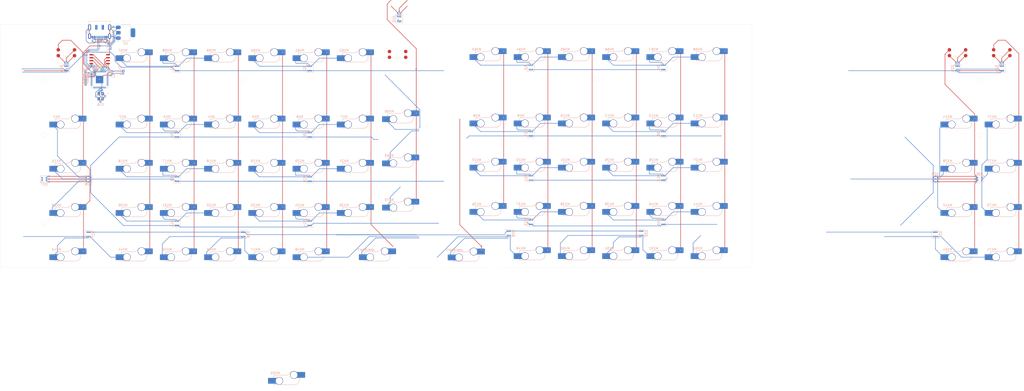
<source format=kicad_pcb>
(kicad_pcb (version 20240108) (generator "pcbnew") (generator_version "8.0")
  (layers (0 "F.Cu" signal) (31 "B.Cu" signal) (34 "B.Paste" user) (35 "F.Paste" user) (36 "B.SilkS" user "B.Silkscreen") (37 "F.SilkS" user "F.Silkscreen") (38 "B.Mask" user) (39 "F.Mask" user) (44 "Edge.Cuts" user))
  (net 0 "")
  (net 1 "Row 2")
  (net 2 "Row 3")
  (net 3 "Enc. L SW1")
  (net 4 "Column 16")
  (net 5 "Net-(D1-A2)")
  (net 6 "Net-(D1-A3)")
  (net 7 "Net-(D1-A1)")
  (net 8 "Net-(D2-A2)")
  (net 9 "Net-(D2-A1)")
  (net 10 "Net-(D2-A3)")
  (net 11 "Net-(D3-A2)")
  (net 12 "Net-(D3-A1)")
  (net 13 "Net-(D3-A3)")
  (net 14 "Net-(D4-A2)")
  (net 15 "Net-(D4-A3)")
  (net 16 "Net-(D4-A1)")
  (net 17 "Row 5")
  (net 18 "Net-(D5-A3)")
  (net 19 "Net-(D5-A1)")
  (net 20 "Net-(D5-A2)")
  (net 21 "Net-(D6-A2)")
  (net 22 "Net-(D6-A1)")
  (net 23 "Net-(D6-A3)")
  (net 24 "Net-(D7-A1)")
  (net 25 "Net-(D7-A2)")
  (net 26 "Net-(D7-A3)")
  (net 27 "Net-(D8-A1)")
  (net 28 "Net-(D8-A3)")
  (net 29 "Net-(D8-A2)")
  (net 30 "Net-(D9-A1)")
  (net 31 "Net-(D9-A3)")
  (net 32 "Net-(D9-A2)")
  (net 33 "Net-(D10-A1)")
  (net 34 "Net-(D10-A3)")
  (net 35 "Net-(D10-A2)")
  (net 36 "Net-(D11-A3)")
  (net 37 "Net-(D11-A1)")
  (net 38 "Net-(D11-A2)")
  (net 39 "Net-(D12-A1)")
  (net 40 "Net-(D12-A2)")
  (net 41 "Net-(D12-A3)")
  (net 42 "Net-(D13-A3)")
  (net 43 "Column 1")
  (net 44 "Column 2")
  (net 45 "Column 3")
  (net 46 "Column 4")
  (net 47 "Column 5")
  (net 48 "Column 6")
  (net 49 "Column 7")
  (net 50 "Column 8")
  (net 51 "Column 9")
  (net 52 "Column 10")
  (net 53 "Column 11")
  (net 54 "Column 12")
  (net 55 "Column 13")
  (net 56 "Column 14")
  (net 57 "Enc. L A")
  (net 58 "Net-(D13-A2)")
  (net 59 "Net-(D13-A1)")
  (net 60 "Net-(D14-A1)")
  (net 61 "Enc. L B")
  (net 62 "Net-(D14-A2)")
  (net 63 "Net-(D14-A3)")
  (net 64 "Enc. R A")
  (net 65 "Net-(D15-A1)")
  (net 66 "Enc. R B")
  (net 67 "Net-(D15-A3)")
  (net 70 "XIN")
  (net 71 "Net-(C16-Pad1)")
  (net 72 "QSPI SS")
  (net 73 "XOUT")
  (net 74 "QSPI SD0")
  (net 75 "Net-(D15-A2)")
  (net 76 "QSPI CLK")
  (net 77 "QSPI SD2")
  (net 79 "QSPI SD3")
  (net 80 "QSPI SD1")
  (net 84 "Net-(U2-VI)")
  (net 85 "Net-(D16-A3)")
  (net 88 "GND")
  (net 89 "Net-(D16-A2)")
  (net 90 "USB D-")
  (net 91 "USB D+")
  (net 92 "Net-(J1-CC1)")
  (net 93 "Net-(J1-CC2)")
  (net 94 "Net-(U1-USB_DP)")
  (net 95 "Net-(U1-USB_DM)")
  (net 96 "+3V3")
  (net 97 "+1V1")
  (net 98 "Net-(J2-Pin_1)")
  (net 99 "Net-(D16-A1)")
  (net 100 "Net-(D17-A2)")
  (net 101 "Net-(D17-A1)")
  (net 102 "Net-(D17-A3)")
  (net 103 "Net-(D18-A2)")
  (net 104 "Net-(D18-A1)")
  (net 105 "Net-(D18-A3)")
  (net 106 "Net-(D19-A2)")
  (net 107 "Net-(D19-A1)")
  (net 108 "Net-(D19-A3)")
  (net 109 "Net-(D20-A1)")
  (net 110 "Net-(D20-A3)")
  (net 111 "Net-(D20-A2)")
  (net 112 "Net-(D21-A1)")
  (net 113 "Net-(D21-A2)")
  (net 114 "Net-(D23-A1)")
  (net 115 "Net-(D23-A2)")
  (net 116 "Net-(D23-A3)")
  (net 117 "Net-(D24-A1)")
  (net 118 "Net-(D24-A2)")
  (net 119 "Net-(D24-A3)")
  (net 120 "Net-(D25-A2)")
  (net 121 "Net-(D25-A1)")
  (net 122 "Net-(D25-A3)")
  (net 123 "Net-(D26-A2)")
  (net 124 "Net-(D26-A3)")
  (net 125 "Net-(D26-A1)")
  (net 126 "Net-(D27-A3)")
  (net 127 "Net-(D27-A1)")
  (net 128 "Net-(D27-A2)")
  (net 129 "Net-(D28-A2)")
  (net 130 "Net-(D28-A3)")
  (net 131 "Net-(D28-A1)")
  (net 132 "Net-(D29-A1)")
  (net 133 "Net-(D29-A2)")
  (net 134 "Net-(D29-A3)")
  (net 135 "Net-(D30-A2)")
  (net 136 "Net-(D30-A1)")
  (net 137 "Net-(D30-A3)")
  (net 138 "Column 15")
  (net 139 "Row 4")
  (net 140 "Net-(D21-A3)")
  (footprint "PCM_marbastlib-various:ROT_SKYLOONG_HS-Switch" (layer "F.Cu") (at 450.034824 28.545)
    (property "Reference" "SW4")
    (property "Value" "ROT_SKYLOONG_HS")
  )
  (footprint "PCM_marbastlib-various:ROT_SKYLOONG_HS-Switch" (layer "F.Cu") (at 47.1875 28.555)
    (property "Reference" "SW2")
    (property "Value" "ROT_SKYLOONG_HS")
  )
  (footprint "PCM_marbastlib-various:ROT_SKYLOONG_HS-Switch" (layer "F.Cu") (at 430.984824 28.545)
    (property "Reference" "SW3")
    (property "Value" "ROT_SKYLOONG_HS")
  )
  (footprint "Package_SO:SOIC-8_5.23x5.23mm_P1.27mm" (layer "F.Cu") (at 61.5 34.06 180)
    (property "Reference" "U3")
    (property "Value" "W25Q128JVS")
  )
  (footprint "PCM_marbastlib-various:ROT_SKYLOONG_HS-Switch" (layer "F.Cu") (at 189.825 29.27)
    (property "Reference" "SW1")
    (property "Value" "ROT_SKYLOONG_HS")
  )
  (footprint "PCM_Package_TO_SOT_SMD_AKL:SOT-363_SC-70-6" (layer "B.Cu") (at 304.345 104.285 -90)
    (property "Reference" "D16")
    (property "Value" "MMBD4148TW" (hide yes))
  )
  (footprint "PCM_marbastlib-mx:SW_MX_HS_CPG151101S11_1u" (layer "B.Cu") (at 285.295 56.66)
    (property "Reference" "MX11")
    (property "Value" "MX_SW_HS")
  )
  (footprint "Package_TO_SOT_SMD:SOT-223-3_TabPin2" (layer "B.Cu") (at 72.6875 22.685)
    (property "Reference" "U2")
    (property "Value" "NCP1117-3.3_SOT223")
  )
  (footprint "PCM_marbastlib-mx:SW_MX_HS_CPG151101S11_1u" (layer "B.Cu") (at 151.9625 95.23)
    (property "Reference" "MX34")
    (property "Value" "MX_SW_HS")
  )
  (footprint "PCM_marbastlib-mx:SW_MX_HS_CPG151101S11_1u" (layer "B.Cu") (at 247.195 28.085)
    (property "Reference" "MX64")
    (property "Value" "MX_SW_HS")
  )
  (footprint "Package_DFN_QFN:QFN-56-1EP_7x7mm_P0.4mm_EP3.2x3.2mm" (layer "B.Cu") (at 61.475 42.8425 180)
    (property "Reference" "U1")
    (property "Value" "RP2040")
  )
  (footprint "PCM_marbastlib-mx:SW_MX_HS_CPG151101S11_1u" (layer "B.Cu") (at 323.395 94.76)
    (property "Reference" "MX41")
    (property "Value" "MX_SW_HS")
  )
  (footprint "PCM_marbastlib-mx:STAB_MX_2u" (layer "B.Cu") (at 218.786544 114.3875 180)
    (property "Reference" "2uStabilizer1" (hide yes))
    (property "Value" "MX_stab")
  )
  (footprint "PCM_Package_TO_SOT_SMD_AKL:SOT-363_SC-70-6" (layer "B.Cu") (at 56.7125 85.705)
    (property "Reference" "D28")
    (property "Value" "MMBD4148TW" (hide yes))
  )
  (footprint "PCM_marbastlib-mx:SW_MX_HS_CPG151101S11_1u" (layer "B.Cu") (at 266.245 94.76)
    (property "Reference" "MX38")
    (property "Value" "MX_SW_HS")
  )
  (footprint "Resistor_SMD:R_01005_0402Metric" (layer "B.Cu") (at 67.1625 39.335 -90)
    (property "Reference" "R6")
    (property "Value" "1k")
  )
  (footprint "Capacitor_SMD:C_01005_0402Metric" (layer "B.Cu") (at 64.025 49.98 -90)
    (property "Reference" "C15")
    (property "Value" "15p")
  )
  (footprint "PCM_marbastlib-mx:SW_MX_HS_CPG151101S11_1u" (layer "B.Cu") (at 151.9625 28.555)
    (property "Reference" "MX61")
    (property "Value" "MX_SW_HS")
  )
  (footprint "PCM_marbastlib-mx:SW_MX_HS_CPG151101S11_1u" (layer "B.Cu") (at 304.345 56.66)
    (property "Reference" "MX12")
    (property "Value" "MX_SW_HS")
  )
  (footprint "Resistor_SMD:R_01005_0402Metric" (layer "B.Cu") (at 59.775 50.03 90)
    (property "Reference" "R7")
    (property "Value" "1k")
  )
  (footprint "PCM_marbastlib-mx:SW_MX_HS_CPG151101S11_1u" (layer "B.Cu") (at 247.195 75.71)
    (property "Reference" "MX23")
    (property "Value" "MX_SW_HS")
  )
  (footprint "PCM_marbastlib-mx:SW_MX_HS_CPG151101S11_1u" (layer "B.Cu") (at 75.7625 95.23)
    (property "Reference" "MX30")
    (property "Value" "MX_SW_HS")
  )
  (footprint "PCM_marbastlib-mx:SW_MX_HS_CPG151101S11_1u" (layer "B.Cu") (at 47.1875 95.23)
    (property "Reference" "MX29")
    (property "Value" "MX_SW_HS")
  )
  (footprint "PCM_marbastlib-mx:SW_MX_HS_CPG151101S11_1u" (layer "B.Cu") (at 132.9125 95.23)
    (property "Reference" "MX33")
    (property "Value" "MX_SW_HS")
  )
  (footprint "PCM_marbastlib-mx:SW_MX_HS_CPG151101S11_1u" (layer "B.Cu") (at 228.145 28.085)
    (property "Reference" "MX63")
    (property "Value" "MX_SW_HS")
  )
  (footprint "PCM_marbastlib-mx:SW_MX_HS_CPG151101S11_1u" (layer "B.Cu") (at 304.345 113.81)
    (property "Reference" "MX52")
    (property "Value" "MX_SW_HS")
  )
  (footprint "PCM_Package_TO_SOT_SMD_AKL:SOT-363_SC-70-6" (layer "B.Cu") (at 94.8125 104.755 -90)
    (property "Reference" "D13")
    (property "Value" "MMBD4148TW" (hide yes))
  )
  (footprint "PCM_Package_TO_SOT_SMD_AKL:SOT-363_SC-70-6" (layer "B.Cu") (at 37.6625 85.705)
    (property "Reference" "D27")
    (property "Value" "MMBD4148TW" (hide yes))
  )
  (footprint "Capacitor_SMD:C_01005_0402Metric" (layer "B.Cu") (at 55.455 43.46 180)
    (property "Reference" "C12")
    (property "Value" "100n")
  )
  (footprint "PCM_marbastlib-mx:SW_MX_HS_CPG151101S11_1u" (layer "B.Cu") (at 113.8625 95.23)
    (property "Reference" "MX32")
    (property "Value" "MX_SW_HS")
  )
  (footprint "PCM_marbastlib-mx:SW_MX_HS_CPG151101S11_1u" (layer "B.Cu") (at 228.145 75.71)
    (property "Reference" "MX22")
    (property "Value" "MX_SW_HS")
  )
  (footprint "PCM_Package_TO_SOT_SMD_AKL:SOT-363_SC-70-6" (layer "B.Cu") (at 151.9625 66.655 -90)
    (property "Reference" "D6")
    (property "Value" "MMBD4148TW" (hide yes))
  )
  (footprint "PCM_marbastlib-mx:SW_MX_HS_CPG151101S11_1u" (layer "B.Cu") (at 94.8125 57.13)
    (property "Reference" "MX3")
    (property "Value" "MX_SW_HS")
  )
  (footprint "PCM_marbastlib-mx:SW_MX_HS_CPG151101S11_1u" (layer "B.Cu") (at 171.0125 57.13)
    (property "Reference" "MX7")
    (property "Value" "MX_SW_HS")
  )
  (footprint "Resistor_SMD:R_01005_0402Metric" (layer "B.Cu") (at 60.815 38.035 -90)
    (property "Reference" "R3")
    (property "Value" "27")
  )
  (footprint "PCM_marbastlib-mx:SW_MX_HS_CPG151101S11_1u" (layer "B.Cu") (at 304.345 75.71)
    (property "Reference" "MX26")
    (property "Value" "MX_SW_HS")
  )
  (footprint "PCM_marbastlib-mx:SW_MX_HS_CPG151101S11_1u" (layer "B.Cu") (at 94.8125 76.18)
    (property "Reference" "MX17")
    (property "Value" "MX_SW_HS")
  )
  (footprint "Capacitor_SMD:C_01005_0402Metric" (layer "B.Cu") (at 55.42 40.01 180)
    (property "Reference" "C3")
    (property "Value" "100n")
  )
  (footprint "PCM_marbastlib-mx:SW_MX_HS_CPG151101S11_1u" (layer "B.Cu") (at 132.9125 114.28)
    (property "Reference" "MX47")
    (property "Value" "MX_SW_HS")
  )
  (footprint "PCM_marbastlib-mx:SW_MX_HS_CPG151101S11_1u" (layer "B.Cu") (at 190.5 92.915)
    (property "Reference" "MX70")
    (property "Value" "MX_SW_HS")
  )
  (footprint "PCM_marbastlib-mx:SW_MX_HS_CPG151101S11_1u" (layer "B.Cu") (at 228.145 94.76)
    (property "Reference" "MX36")
    (property "Value" "MX_SW_HS")
  )
  (footprint "PCM_marbastlib-mx:SW_MX_HS_CPG151101S11_1u" (layer "B.Cu") (at 450.034824 114.27)
    (property "Reference" "MX74")
    (property "Value" "MX_SW_HS")
  )
  (footprint "PCM_marbastlib-mx:SW_MX_HS_CPG151101S11_1u" (layer "B.Cu") (at 113.8625 28.555)
    (property "Reference" "MX59")
    (property "Value" "MX_SW_HS")
  )
  (footprint "PCM_marbastlib-mx:SW_MX_HS_CPG151101S11_1u" (layer "B.Cu") (at 75.7625 28.555)
    (property "Reference" "MX57")
    (property "Value" "MX_SW_HS")
  )
  (footprint "footprints:ABM8-272-T3_ABR" (layer "B.Cu") (at 61.950001 50.005 180)
    (property "Reference" "X1")
    (property "Value" "ABM8-272-T3")
  )
  (footprint "PCM_marbastlib-mx:SW_MX_HS_CPG151101S11_1u" (layer "B.Cu") (at 285.295 94.76)
    (property "Reference" "MX39")
    (property "Value" "MX_SW_HS")
  )
  (footprint "PCM_marbastlib-mx:SW_MX_HS_CPG151101S11_1u" (layer "B.Cu") (at 47.1875 76.18)
    (property "Reference" "MX15")
    (property "Value" "MX_SW_HS")
  )
  (footprint "PCM_Package_TO_SOT_SMD_AKL:SOT-363_SC-70-6" (layer "B.Cu") (at 190.5 16.715 -90)
    (property "Reference" "D23")
    (property "Value" "MMBD4148TW" (hide yes))
  )
  (footprint "PCM_Package_TO_SOT_SMD_AKL:SOT-363_SC-70-6" (layer "B.Cu") (at 247.195 85.235 -90)
    (property "Reference" "D11")
    (property "Value" "MMBD4148TW" (hide yes))
  )
  (footprint "PCM_marbastlib-mx:SW_MX_HS_CPG151101S11_1u" (layer "B.Cu") (at 304.345 28.085)
    (property "Reference" "MX67")
    (property "Value" "MX_SW_HS")
  )
  (footprint "PCM_marbastlib-mx:SW_MX_HS_CPG151101S11_1u" (layer "B.Cu") (at 323.395 28.085)
    (property "Reference" "MX68")
    (property "Value" "MX_SW_HS")
  )
  (footprint "PCM_marbastlib-mx:SW_MX_HS_CPG151101S11_1u" (layer "B.Cu") (at 151.9625 76.18)
    (property "Reference" "MX20")
    (property "Value" "MX_SW_HS")
  )
  (footprint "Capacitor_SMD:C_01005_0402Metric" (layer "B.Cu") (at 66.8125 40.285)
    (property "Reference" "C14")
    (property "Value" "100n")
  )
  (footprint "PCM_Package_TO_SOT_SMD_AKL:SOT-363_SC-70-6" (layer "B.Cu") (at 440.509824 85.695 180)
    (property "Reference" "D30")
    (property "Value" "MMBD4148TW" (hide yes))
  )
  (footprint "PCM_Package_TO_SOT_SMD_AKL:SOT-363_SC-70-6" (layer "B.Cu") (at 94.8125 85.705 -90)
    (property "Reference" "D9")
    (property "Value" "MMBD4148TW" (hide yes))
  )
  (footprint "PCM_Package_TO_SOT_SMD_AKL:SOT-363_SC-70-6" (layer "B.Cu") (at 304.345 85.235 -90)
    (property "Reference" "D12")
    (property "Value" "MMBD4148TW" (hide yes))
  )
  (footprint "PCM_marbastlib-mx:SW_MX_HS_CPG151101S11_1u" (layer "B.Cu") (at 247.195 56.66)
    (property "Reference" "MX9")
    (property "Value" "MX_SW_HS")
  )
  (footprint "PCM_marbastlib-mx:SW_MX_HS_CPG151101S11_1u" (layer "B.Cu") (at 94.8125 95.23)
    (property "Reference" "MX31")
    (property "Value" "MX_SW_HS")
  )
  (footprint "PCM_marbastlib-mx:SW_MX_HS_CPG151101S11_1u" (layer "B.Cu") (at 190.5 73.865)
    (property "Reference" "MX69")
    (property "Value" "MX_SW_HS")
  )
  (footprint "Connector_USB:USB_C_Receptacle_JAE_DX07S016JA1R1500" (layer "B.Cu") (at 61.475 21.505)
    (property "Reference" "J1")
    (property "Value" "USB_C_Receptacle_USB2.0_14P")
  )
  (footprint "PCM_marbastlib-mx:SW_MX_HS_CPG151101S11_1u" (layer "B.Cu") (at 450.034824 57.12)
    (property "Reference" "MX71")
    (property "Value" "MX_SW_HS")
  )
  (footprint "PCM_Package_TO_SOT_SMD_AKL:SOT-363_SC-70-6" (layer "B.Cu") (at 56.7125 109.5175 90)
    (property "Reference" "D17")
    (property "Value" "MMBD4148TW" (hide yes))
  )
  (footprint "PCM_marbastlib-mx:SW_MX_HS_CPG151101S11_1u" (layer "B.Cu") (at 151.9625 114.28)
    (property "Reference" "MX48")
    (property "Value" "MX_SW_HS")
  )
  (footprint "PCM_marbastlib-mx:SW_MX_HS_CPG151101S11_1u" (layer "B.Cu") (at 171.0125 95.23)
    (property "Reference" "MX35")
    (property "Value" "MX_SW_HS")
  )
  (footprint "PCM_marbastlib-mx:SW_MX_HS_CPG151101S11_1u" (layer "B.Cu") (at 132.9125 57.13)
    (property "Reference" "MX5")
    (property "Value" "MX_SW_HS")
  )
  (footprint "Capacitor_SMD:C_01005_0402Metric" (layer "B.Cu") (at 55.455 45.26 180)
    (property "Reference" "C8")
    (property "Value" "100n")
  )
  (footprint "PCM_Package_TO_SOT_SMD_AKL:SOT-363_SC-70-6" (layer "B.Cu") (at 151.9625 85.705 -90)
    (property "Reference" "D10")
    (property "Value" "MMBD4148TW" (hide yes))
  )
  (footprint "PCM_marbastlib-mx:SW_MX_HS_CPG151101S11_1u" (layer "B.Cu") (at 113.8625 76.18)
    (property "Reference" "MX18")
    (property "Value" "MX_SW_HS")
  )
  (footprint "PCM_marbastlib-mx:SW_MX_HS_CPG151101S11_1u" (layer "B.Cu") (at 180.5375 114.28)
    (property "Reference" "Spacebar1")
    (property "Value" "MX_SW_HS")
  )
  (footprint "PCM_marbastlib-mx:SW_MX_HS_CPG151101S11_1u" (layer "B.Cu") (at 75.7625 57.13)
    (property "Reference" "MX2")
    (property "Value" "MX_SW_HS")
  )
  (footprint "PCM_Package_TO_SOT_SMD_AKL:SOT-363_SC-70-6" (layer "B.Cu") (at 151.9625 104.755 -90)
    (property "Reference" "D14")
    (property "Value" "MMBD4148TW" (hide yes))
  )
  (footprint "PCM_marbastlib-mx:SW_MX_HS_CPG151101S11_1u" (layer "B.Cu") (at 247.195 113.81)
    (property "Reference" "MX49")
    (property "Value" "MX_SW_HS")
  )
  (footprint "Resistor_SMD:R_01005_0402Metric" (layer "B.Cu") (at 60.105 38.03 -90)
    (property "Reference" "R4")
    (property "Value" "27")
  )
  (footprint "PCM_marbastlib-mx:SW_MX_HS_CPG151101S11_1u" (layer "B.Cu") (at 304.345 94.76)
    (property "Reference" "MX40")
    (property "Value" "MX_SW_HS")
  )
  (footprint "PCM_Package_TO_SOT_SMD_AKL:SOT-363_SC-70-6" (layer "B.Cu") (at 430.984824 38.07 -90)
    (property "Reference" "D25")
    (property "Value" "MMBD4148TW" (hide yes))
  )
  (footprint "PCM_marbastlib-mx:SW_MX_HS_CPG151101S11_1u" (layer "B.Cu") (at 190.5 54.815)
    (property "Reference" "MX56")
    (property "Value" "MX_SW_HS")
  )
  (footprint "PCM_marbastlib-mx:SW_MX_HS_CPG151101S11_1u" (layer "B.Cu") (at 171.0125 76.18)
    (property "Reference" "MX21")
    (property "Value" "MX_SW_HS")
  )
  (footprint "Resistor_SMD:R_01005_0402Metric" (layer "B.Cu") (at 66.5125 39.335 -90)
    (property "Reference" "R5")
    (property "Value" "10k")
  )
  (footprint "PCM_marbastlib-mx:SW_MX_HS_CPG151101S11_1u" (layer "B.Cu") (at 285.295 28.085)
    (property "Reference" "MX66")
    (property "Value" "MX_SW_HS")
  )
  (footprint "PCM_Package_TO_SOT_SMD_AKL:SOT-363_SC-70-6" (layer "B.Cu") (at 450.034824 38.07 -90)
    (property "Reference" "D26")
    (property "Value" "MMBD4148TW" (hide yes))
  )
  (footprint "Resistor_SMD:R_01005_0402Metric" (layer "B.Cu") (at 67.25 22.305 90)
    (property "Reference" "R2")
    (property "Value" "5.1k")
  )
  (footprint "PCM_Package_TO_SOT_SMD_AKL:SOT-363_SC-70-6" (layer "B.Cu") (at 294.82 109.0475 90)
    (property "Reference" "D20")
    (property "Value" "MMBD4148TW" (hide yes))
  )
  (footprint "PCM_marbastlib-mx:SW_MX_HS_CPG151101S11_1u" (layer "B.Cu") (at 430.984824 114.27)
    (property "Reference" "MX54")
    (property "Value" "MX_SW_HS")
  )
  (footprint "PCM_marbastlib-mx:SW_MX_HS_CPG151101S11_1u" (layer "B.Cu") (at 94.8125 28.555)
    (property "Reference" "MX58")
    (property "Value" "MX_SW_HS")
  )
  (footprint "PCM_Package_TO_SOT_SMD_AKL:SOT-363_SC-70-6" (layer "B.Cu") (at 304.345 37.61 -90)
    (property "Reference" "D4")
    (property "Value" "MMBD4148TW" (hide yes))
  )
  (footprint "PCM_marbastlib-mx:STAB_MX_2u" (layer "B.Cu") (at 180.5375 114.28 180)
    (property "Reference" "2uStabilizer1" (hide yes))
    (property "Value" "MX_stab")
  )
  (footprint "PCM_marbastlib-mx:SW_MX_HS_CPG151101S11_1u" (layer "B.Cu") (at 228.145 56.66)
    (property "Reference" "MX8")
    (property "Value" "MX_SW_HS")
  )
  (footprint "PCM_marbastlib-mx:SW_MX_HS_CPG151101S11_1u" (layer "B.Cu") (at 323.395 75.71)
    (property "Reference" "MX27")
    (property "Value" "MX_SW_HS")
  )
  (footprint "PCM_marbastlib-mx:SW_MX_HS_CPG151101S11_1u" (layer "B.Cu") (at 450.034824 95.22)
    (property "Reference" "MX73")
    (property "Value" "MX_SW_HS")
  )
  (footprint "Capacitor_SMD:C_01005_0402Metric" (layer "B.Cu") (at 55.455 42.26 180)
    (property "Reference" "C10")
    (property "Value" "100n")
  )
  (footprint "PCM_Package_TO_SOT_SMD_AKL:SOT-363_SC-70-6" (layer "B.Cu") (at 247.195 104.285 -90)
    (property "Reference" "D15")
    (property "Value" "MMBD4148TW" (hide yes))
  )
  (footprint "Capacitor_SMD:C_01005_0402Metric" (layer "B.Cu") (at 59.385 38.03 90)
    (property "Reference" "C5")
    (property "Value" "1u")
  )
  (footprint "Capacitor_SMD:C_01005_0402Metric" (layer "B.Cu") (at 58.675 38.03 90)
    (property "Reference" "C6")
    (property "Value" "1u")
  )
  (footprint "Capacitor_SMD:C_01005_0402Metric" (layer "B.Cu") (at 55.455 44.06 180)
    (property "Reference" "C7")
    (property "Value" "100n")
  )
  (footprint "PCM_marbastlib-mx:SW_MX_HS_CPG151101S11_1u" (layer "B.Cu") (at 285.295 113.81)
    (property "Reference" "MX51")
    (property "Value" "MX_SW_HS")
  )
  (footprint "PCM_marbastlib-mx:SW_MX_HS_CPG151101S11_1u" (layer "B.Cu") (at 47.1875 57.13)
    (property "Reference" "MX1")
    (property "Value" "MX_SW_HS")
  )
  (footprint "PCM_marbastlib-mx:SW_MX_HS_CPG151101S11_1u" (layer "B.Cu") (at 266.245 113.81)
    (property "Reference" "MX50")
    (property "Value" "MX_SW_HS")
  )
  (footprint "PCM_marbastlib-mx:SW_MX_HS_CPG151101S11_1u" (layer "B.Cu") (at 266.245 56.66)
    (property "Reference" "MX10")
    (property "Value" "MX_SW_HS")
  )
  (footprint "PCM_marbastlib-mx:SW_MX_HS_CPG151101S11_1u" (layer "B.Cu") (at 323.395 113.81)
    (property "Reference" "MX53")
    (property "Value" "MX_SW_HS")
  )
  (footprint "PCM_Package_TO_SOT_SMD_AKL:SOT-363_SC-70-6" (layer "B.Cu") (at 94.8125 38.08 -90)
    (property "Reference" "D1")
    (property "Value" "MMBD4148TW" (hide yes))
  )
  (footprint "PCM_Package_TO_SOT_SMD_AKL:SOT-363_SC-70-6" (layer "B.Cu") (at 123.3875 109.5175 90)
    (property "Reference" "D18")
    (property "Value" "MMBD4148TW" (hide yes))
  )
  (footprint "PCM_marbastlib-mx:SW_MX_HS_CPG151101S11_1u" (layer "B.Cu") (at 266.245 28.085)
    (property "Reference" "MX65")
    (property "Value" "MX_SW_HS")
  )
  (footprint "PCM_Package_TO_SOT_SMD_AKL:SOT-363_SC-70-6" (layer "B.Cu") (at 237.67 109.0475 90)
    (property "Reference" "D19")
    (property "Value" "MMBD4148TW" (hide yes))
  )
  (footprint "Resistor_SMD:R_01005_0402Metric" (layer "B.Cu") (at 55.7 22.305 90)
    (property "Reference" "R1")
    (property "Value" "5.1k")
  )
  (footprint "PCM_marbastlib-mx:SW_MX_HS_CPG151101S11_1u" (layer "B.Cu") (at 430.984824 76.17)
    (property "Reference" "MX28")
    (property "Value" "MX_SW_HS")
  )
  (footprint "PCM_marbastlib-mx:SW_MX_HS_CPG151101S11_1u" (layer "B.Cu") (at 94.8125 114.28)
    (property "Reference" "MX45")
    (property "Value" "MX_SW_HS")
  )
  (footprint "PCM_Package_TO_SOT_SMD_AKL:SOT-363_SC-70-6" (layer "B.Cu") (at 94.8125 66.655 -90)
    (property "Reference" "D5")
    (property "Value" "MMBD4148TW" (hide yes))
  )
  (footprint "PCM_Package_TO_SOT_SMD_AKL:SOT-363_SC-70-6" (layer "B.Cu") (at 151.9625 38.08 -90)
    (property "Reference" "D2")
    (property "Value" "MMBD4148TW" (hide yes))
  )
  (footprint "PCM_marbastlib-mx:SW_MX_HS_CPG151101S11_1u" (layer "B.Cu") (at 171.0125 28.555)
    (property "Reference" "MX62")
    (property "Value" "MX_SW_HS")
  )
  (footprint "PCM_Package_TO_SOT_SMD_AKL:SOT-363_SC-70-6" (layer "B.Cu") (at 304.345 66.185 -90)
    (property "Reference" "D8")
    (property "Value" "MMBD4148TW" (hide yes))
  )
  (footprint "Capacitor_SMD:C_01005_0402Metric" (layer "B.Cu") (at 55.455 44.66 180)
    (property "Reference" "C13")
    (property "Value" "100n")
  )
  (footprint "PCM_marbastlib-mx:SW_MX_HS_CPG151101S11_1u" (layer "B.Cu") (at 113.8625 114.28)
    (property "Reference" "MX46")
    (property "Value" "MX_SW_HS")
  )
  (footprint "Connector_PinHeader_1.00mm:PinHeader_1x02_P1.00mm_Horizontal" (layer "B.Cu") (at 71.65 39.18 180)
    (property "Reference" "J2")
    (property "Value" "Conn_01x02_Pin")
  )
  (footprint "PCM_marbastlib-mx:SW_MX_HS_CPG151101S11_1u" (layer "B.Cu") (at 132.9125 76.18)
    (property "Reference" "MX19")
    (property "Value" "MX_SW_HS")
  )
  (footprint "PCM_marbastlib-mx:SW_MX_HS_CPG151101S11_1u" (layer "B.Cu") (at 266.245 75.71)
    (property "Reference" "MX24")
    (property "Value" "MX_SW_HS")
  )
  (footprint "PCM_marbastlib-mx:SW_MX_HS_CPG151101S11_1u" (layer "B.Cu") (at 75.7625 114.28)
    (property "Reference" "MX44")
    (property "Value" "MX_SW_HS")
  )
  (footprint "PCM_marbastlib-mx:SW_MX_HS_CPG151101S11_1u" (layer "B.Cu") (at 141.375 167.51)
    (property "Reference" "MX55")
    (property "Value" "MX_SW_HS")
  )
  (footprint "PCM_marbastlib-mx:SW_MX_HS_CPG151101S11_1u" (layer "B.Cu") (at 430.984824 95.22)
    (property "Reference" "MX42")
    (property "Value" "MX_SW_HS")
  )
  (footprint "Capacitor_SMD:C_01005_0402Metric" (layer "B.Cu") (at 55.42 39.41 180)
    (property "Reference" "C4")
    (property "Value" "100n")
  )
  (footprint "PCM_Package_TO_SOT_SMD_AKL:SOT-363_SC-70-6" (layer "B.Cu") (at 421.459824 85.695 180)
    (property "Reference" "D29")
    (property "Value" "MMBD4148TW" (hide yes))
  )
  (footprint "PCM_marbastlib-mx:SW_MX_HS_CPG151101S11_1u" (layer "B.Cu") (at 113.8625 57.13)
    (property "Reference" "MX4")
    (property "Value" "MX_SW_HS")
  )
  (footprint "PCM_marbastlib-mx:SW_MX_HS_CPG151101S11_1u" (layer "B.Cu") (at 323.395 56.66)
    (property "Reference" "MX13")
    (property "Value" "MX_SW_HS")
  )
  (footprint "Capacitor_SMD:C_01005_0402Metric" (layer "B.Cu") (at 55.455 41.66 180)
    (property "Reference" "C9")
    (property "Value" "100n")
  )
  (footprint "Capacitor_SMD:C_01005_0402Metric" (layer "B.Cu") (at 67.275 20.18 -90)
    (property "Reference" "C1")
    (property "Value" "10u")
  )
  (footprint "PCM_marbastlib-mx:SW_MX_HS_CPG151101S11_1u" (layer "B.Cu") (at 218.786544 114.3875)
    (property "Reference" "Spacebar1")
    (property "Value" "MX_SW_HS")
  )
  (footprint "Capacitor_SMD:C_01005_0402Metric" (layer "B.Cu") (at 66.4 29.55 -90)
    (property "Reference" "C2")
    (property "Value" "10u")
  )
  (footprint "PCM_Package_TO_SOT_SMD_AKL:SOT-363_SC-70-6" (layer "B.Cu") (at 247.195 37.61 -90)
    (property "Reference" "D3")
    (property "Value" "MMBD4148TW" (hide yes))
  )
  (footprint "PCM_Package_TO_SOT_SMD_AKL:SOT-363_SC-70-6" (layer "B.Cu") (at 247.195 66.185 -90)
    (property "Reference" "D7")
    (property "Value" "MMBD4148TW" (hide yes))
  )
  (footprint "PCM_marbastlib-mx:SW_MX_HS_CPG151101S11_1u" (layer "B.Cu") (at 47.1875 114.28)
    (property "Reference" "MX43")
    (property "Value" "MX_SW_HS")
  )
  (footprint "PCM_marbastlib-mx:SW_MX_HS_CPG151101S11_1u" (layer "B.Cu") (at 75.7625 76.18)
    (property "Reference" "MX16")
    (property "Value" "MX_SW_HS")
  )
  (footprint "PCM_marbastlib-mx:SW_MX_HS_CPG151101S11_1u" (layer "B.Cu") (at 132.9125 28.555)
    (property "Reference" "MX60")
    (property "Value" "MX_SW_HS")
  )
  (footprint "PCM_marbastlib-mx:SW_MX_HS_CPG151101S11_1u" (layer "B.Cu") (at 450.034824 76.17)
    (property "Reference" "MX72")
    (property "Value" "MX_SW_HS")
  )
  (footprint "PCM_marbastlib-mx:SW_MX_HS_CPG151101S11_1u" (layer "B.Cu") (at 285.295 75.71)
    (property "Reference" "MX25")
    (property "Value" "MX_SW_HS")
  )
  (footprint "PCM_marbastlib-mx:SW_MX_HS_CPG151101S11_1u" (layer "B.Cu") (at 247.195 94.76)
    (property "Reference" "MX37")
    (property "Value" "MX_SW_HS")
  )
  (footprint "PCM_Package_TO_SOT_SMD_AKL:SOT-363_SC-70-6" (layer "B.Cu") (at 421.459824 109.5075 90)
    (property "Reference" "D21")
    (property "Value" "MMBD4148TW" (hide yes))
  )
  (footprint "Capacitor_SMD:C_01005_0402Metric" (layer "B.Cu") (at 55.455 42.86 180)
    (property "Reference" "C11")
    (property "Value" "100n")
  )
  (footprint "PCM_marbastlib-mx:SW_MX_HS_CPG151101S11_1u" (layer "B.Cu") (at 151.9625 57.13)
    (property "Reference" "MX6")
    (property "Value" "MX_SW_HS")
  )
  (footprint "Capacitor_SMD:C_01005_0402Metric" (layer "B.Cu") (at 61.825 52.58)
    (property "Reference" "C16")
    (property "Value" "15p")
  )
  (footprint "PCM_Package_TO_SOT_SMD_AKL:SOT-363_SC-70-6" (layer "B.Cu") (at 47.1875 38.08 -90)
    (property "Reference" "D24")
    (property "Value" "MMBD4148TW" (hide yes))
  )
  (footprint "PCM_marbastlib-mx:SW_MX_HS_CPG151101S11_1u" (layer "B.Cu") (at 430.984824 57.12)
    (property "Reference" "MX14")
    (property "Value" "MX_SW_HS")
  )
  (gr_circle (center 123.3875 104.755) (end 124.3875 104.755) (stroke (width 0.05)) (fill none) (layer "Edge.Cuts"))
  (gr_circle (center 440.509824 66.645) (end 441.509824 66.645) (stroke (width 0.05)) (fill none) (layer "Edge.Cuts"))
  (gr_circle (center 275.77 104.285) (end 276.77 104.285) (stroke (width 0.05)) (fill none) (layer "Edge.Cuts"))
  (gr_circle (center 275.695 42.56) (end 276.695 42.56) (stroke (width 0.05)) (fill none) (layer "Edge.Cuts"))
  (gr_circle (center 180.5375 66.655) (end 181.5375 66.655) (stroke (width 0.05)) (fill none) (layer "Edge.Cuts"))
  (gr_circle (center 440.509824 104.745) (end 441.509824 104.745) (stroke (width 0.05)) (fill none) (layer "Edge.Cuts"))
  (gr_circle (center 37.6625 104.755) (end 38.6625 104.755) (stroke (width 0.05)) (fill none) (layer "Edge.Cuts"))
  (gr_circle (center 440.709824 43.02) (end 441.709824 43.02) (stroke (width 0.05)) (fill none) (layer "Edge.Cuts"))
  (gr_circle (center 37.6625 66.655) (end 38.6625 66.655) (stroke (width 0.05)) (fill none) (layer "Edge.Cuts"))
  (gr_rect (start 18.6125 19.03) (end 342.4625 123.805) (stroke (width 0.05)) (fill none) (layer "Edge.Cuts"))
  (gr_circle (center 37.6125 43.03) (end 38.6125 43.03) (stroke (width 0.05)) (fill none) (layer "Edge.Cuts"))
  (gr_circle (center 123.6125 43.03) (end 124.6125 43.03) (stroke (width 0.05)) (fill none) (layer "Edge.Cuts"))
  (segment (start 438.449824 84.55) (end 421.449824 84.55) (width 0.2) (layer "F.Cu") (net 1))
  (segment (start 39.7425 84.55) (end 56.7125 84.55) (width 0.2) (layer "F.Cu") (net 1))
  (via (at 39.7425 84.55) (size 0.6) (drill 0.3) (layers "F.Cu" "B.Cu") (net 1))
  (via (at 438.449824 84.55) (size 0.6) (drill 0.3) (layers "F.Cu" "B.Cu") (net 1))
  (via (at 421.449824 84.55) (size 0.6) (drill 0.3) (layers "F.Cu" "B.Cu") (net 1))
  (via (at 56.7125 84.55) (size 0.6) (drill 0.3) (layers "F.Cu" "B.Cu") (net 1))
  (segment (start 421.009824 84.545) (end 421.444824 84.545) (width 0.2) (layer "B.Cu") (net 1))
  (segment (start 151.3125 67.605) (end 178.5375 67.605) (width 0.2) (layer "B.Cu") (net 1))
  (segment (start 420.509824 85.045) (end 421.009824 84.545) (width 0.2) (layer "B.Cu") (net 1))
  (segment (start 94.1625 67.605) (end 95.4625 67.605) (width 0.2) (layer "B.Cu") (net 1))
  (segment (start 69.8625 67.605) (end 57.6625 79.805) (width 0.2) (layer "B.Cu") (net 1))
  (segment (start 420.509824 79.795) (end 420.509824 85.045) (width 0.2) (layer "B.Cu") (net 1))
  (segment (start 421.444824 84.545) (end 421.449824 84.55) (width 0.2) (layer "B.Cu") (net 1))
  (segment (start 439.064824 84.55) (end 439.559824 85.045) (width 0.2) (layer "B.Cu") (net 1))
  (segment (start 95.4625 67.605) (end 151.3125 67.605) (width 0.2) (layer "B.Cu") (net 1))
  (segment (start 304.995 67.135) (end 329.295 67.135) (width 0.2) (layer "B.Cu") (net 1))
  (segment (start 57.6625 79.805) (end 57.6625 85.055) (width 0.2) (layer "B.Cu") (net 1))
  (segment (start 94.1625 67.605) (end 69.8625 67.605) (width 0.2) (layer "B.Cu") (net 1))
  (segment (start 220.62 67.135) (end 247.845 67.135) (width 0.2) (layer "B.Cu") (net 1))
  (segment (start 179.5375 68.655) (end 181.5375 68.655) (width 0.2) (layer "B.Cu") (net 1))
  (segment (start 39.1125 84.555) (end 39.1175 84.55) (width 0.2) (layer "B.Cu") (net 1))
  (segment (start 57.1575 84.55) (end 57.6625 85.055) (width 0.2) (layer "B.Cu") (net 1))
  (segment (start 39.1175 84.55) (end 39.7425 84.55) (width 0.2) (layer "B.Cu") (net 1))
  (segment (start 438.449824 84.55) (end 439.064824 84.55) (width 0.2) (layer "B.Cu") (net 1))
  (segment (start 219.62 68.135) (end 220.62 67.135) (width 0.2) (layer "B.Cu") (net 1))
  (segment (start 219.62 68.185) (end 219.62 68.135) (width 0.2) (layer "B.Cu") (net 1))
  (segment (start 178.5375 67.655) (end 179.5375 68.655) (width 0.2) (layer "B.Cu") (net 1))
  (segment (start 56.7125 84.55) (end 57.1575 84.55) (width 0.2) (layer "B.Cu") (net 1))
  (segment (start 38.6125 85.055) (end 39.1125 84.555) (width 0.2) (layer "B.Cu") (net 1))
  (segment (start 408.309824 67.595) (end 420.509824 79.795) (width 0.2) (layer "B.Cu") (net 1))
  (segment (start 178.5375 67.605) (end 178.5375 67.655) (width 0.2) (layer "B.Cu") (net 1))
  (segment (start 247.195 67.135) (end 304.995 67.135) (width 0.2) (layer "B.Cu") (net 1))
  (segment (start 438.459824 85.695) (end 421.459824 85.695) (width 0.2) (layer "F.Cu") (net 2))
  (segment (start 39.7375 85.705) (end 56.7125 85.705) (width 0.2) (layer "F.Cu") (net 2))
  (via (at 421.459824 85.695) (size 0.6) (drill 0.3) (layers "F.Cu" "B.Cu") (net 2))
  (via (at 39.7375 85.705) (size 0.6) (drill 0.3) (layers "F.Cu" "B.Cu") (net 2))
  (via (at 438.459824 85.695) (size 0.6) (drill 0.3) (layers "F.Cu" "B.Cu") (net 2))
  (via (at 56.7125 85.705) (size 0.6) (drill 0.3) (layers "F.Cu" "B.Cu") (net 2))
  (segment (start 57.6625 85.705) (end 93.2125 85.705) (width 0.2) (layer "B.Cu") (net 2))
  (segment (start 305.945 85.235) (end 304.995 86.185) (width 0.2) (layer "B.Cu") (net 2))
  (segment (start 95.4625 86.655) (end 152.6125 86.655) (width 0.2) (layer "B.Cu") (net 2))
  (segment (start 38.6125 85.705) (end 39.7375 85.705) (width 0.2) (layer "B.Cu") (net 2))
  (segment (start 94.1625 86.655) (end 95.4625 86.655) (width 0.2) (layer "B.Cu") (net 2))
  (segment (start 421.459824 85.695) (end 420.509824 85.695) (width 0.2) (layer "B.Cu") (net 2))
  (segment (start 93.2125 85.705) (end 94.1625 86.655) (width 0.2) (layer "B.Cu") (net 2))
  (segment (start 152.6125 86.655) (end 209.7625 86.655) (width 0.2) (layer "B.Cu") (net 2))
  (segment (start 56.7125 85.705) (end 57.6625 85.705) (width 0.2) (layer "B.Cu") (net 2))
  (segment (start 439.559824 85.695) (end 438.459824 85.695) (width 0.2) (layer "B.Cu") (net 2))
  (segment (start 421.459824 85.695) (end 384.959824 85.695) (width 0.2) (layer "B.Cu") (net 2))
  (segment (start 247.845 86.185) (end 304.995 86.185) (width 0.2) (layer "B.Cu") (net 2))
  (segment (start 152.6125 39.03) (end 151.9625 39.03) (width 0.2) (layer "B.Cu") (net 3))
  (segment (start 70.757756 37.53) (end 92.6625 37.53) (width 0.2) (layer "B.Cu") (net 3))
  (segment (start 46.5375 39.03) (end 46.5375 38.786544) (width 0.2) (layer "B.Cu") (net 3))
  (segment (start 189.85 17.665) (end 189.85 17.340001) (width 0.2) (layer "B.Cu") (net 3))
  (segment (start 27.937501 38.255) (end 46.025 38.255) (width 0.2) (layer "B.Cu") (net 3))
  (segment (start 95.4625 39.03) (end 151.3125 39.03) (width 0.2) (layer "B.Cu") (net 3))
  (segment (start 55.562501 31.06) (end 66.2375 31.06) (width 0.2) (layer "B.Cu") (net 3))
  (segment (start 247.845 38.56) (end 304.995 38.56) (width 0.2) (layer "B.Cu") (net 3))
  (segment (start 151.9625 39.03) (end 151.3125 39.03) (width 0.2) (layer "B.Cu") (net 3))
  (segment (start 152.6125 39.03) (end 209.7625 39.03) (width 0.2) (layer "B.Cu") (net 3))
  (segment (start 68.0975 32.92) (end 68.0975 34.869744) (width 0.2) (layer "B.Cu") (net 3))
  (segment (start 66.2375 31.06) (end 68.0975 32.92) (width 0.2) (layer "B.Cu") (net 3))
  (segment (start 384.009824 39.02) (end 430.334824 39.02) (width 0.2) (layer "B.Cu") (net 3))
  (segment (start 46.5375 38.786544) (end 47.069044 38.255) (width 0.2) (layer "B.Cu") (net 3))
  (segment (start 47.069044 38.255) (end 48.367501 38.255) (width 0.2) (layer "B.Cu") (net 3))
  (segment (start 430.334824 38.695001) (end 430.684825 38.345) (width 0.2) (layer "B.Cu") (net 3))
  (segment (start 92.6625 37.53) (end 94.1625 39.03) (width 0.2) (layer "B.Cu") (net 3))
  (segment (start 448.709824 38.345) (end 449.384824 39.02) (width 0.2) (layer "B.Cu") (net 3))
  (segment (start 94.1625 39.03) (end 95.4625 39.03) (width 0.2) (layer "B.Cu") (net 3))
  (segment (start 68.0975 34.869744) (end 70.757756 37.53) (width 0.2) (layer "B.Cu") (net 3))
  (segment (start 48.367501 38.255) (end 55.562501 31.06) (width 0.2) (layer "B.Cu") (net 3))
  (segment (start 46.025 38.255) (end 46.5375 38.7675) (width 0.2) (layer "B.Cu") (net 3))
  (segment (start 430.334824 39.02) (end 430.334824 38.695001) (width 0.2) (layer "B.Cu") (net 3))
  (segment (start 430.684825 38.345) (end 448.709824 38.345) (width 0.2) (layer "B.Cu") (net 3))
  (segment (start 189.85 17.340001) (end 190.300001 16.89) (width 0.2) (layer "B.Cu") (net 3))
  (segment (start 46.5375 38.7675) (end 46.5375 39.03) (width 0.2) (layer "B.Cu") (net 3))
  (segment (start 457.394824 59.66) (end 457.394824 116.81) (width 0.2) (layer "F.Cu") (net 4))
  (segment (start 446.534824 30.045) (end 446.534824 27.945) (width 0.2) (layer "F.Cu") (net 4))
  (segment (start 457.394824 31.705) (end 457.394824 59.66) (width 0.2) (layer "F.Cu") (net 4))
  (segment (start 446.534824 27.945) (end 448.584824 25.895) (width 0.2) (layer "F.Cu") (net 4))
  (segment (start 451.584824 25.895) (end 457.394824 31.705) (width 0.2) (layer "F.Cu") (net 4))
  (segment (start 448.584824 25.895) (end 451.584824 25.895) (width 0.2) (layer "F.Cu") (net 4))
  (via (at 457.394824 116.81) (size 0.6) (drill 0.3) (layers "F.Cu" "B.Cu") (net 4))
  (via (at 457.394824 97.76) (size 0.6) (drill 0.3) (layers "F.Cu" "B.Cu") (net 4))
  (via (at 457.394824 59.66) (size 0.6) (drill 0.3) (layers "F.Cu" "B.Cu") (net 4))
  (via (at 457.394824 78.71) (size 0.6) (drill 0.3) (layers "F.Cu" "B.Cu") (net 4))
  (segment (start 88.7225 33.635) (end 88.7225 35.54) (width 0.2) (layer "B.Cu") (net 5))
  (segment (start 89.0875 35.905) (end 93.912499 35.905) (width 0.2) (layer "B.Cu") (net 5))
  (segment (start 93.912499 35.905) (end 94.8125 36.805001) (width 0.2) (layer "B.Cu") (net 5))
  (segment (start 88.7225 35.54) (end 89.0875 35.905) (width 0.2) (layer "B.Cu") (net 5))
  (segment (start 94.8125 36.805001) (end 94.8125 37.13) (width 0.2) (layer "B.Cu") (net 5))
  (segment (start 98.9575 33.635) (end 95.4625 37.13) (width 0.2) (layer "B.Cu") (net 6))
  (segment (start 107.7725 33.635) (end 98.9575 33.635) (width 0.2) (layer "B.Cu") (net 6))
  (segment (start 69.6725 33.635) (end 73.1675 37.13) (width 0.2) (layer "B.Cu") (net 7))
  (segment (start 73.1675 37.13) (end 94.1625 37.13) (width 0.2) (layer "B.Cu") (net 7))
  (segment (start 145.8725 33.635) (end 145.8725 35.54) (width 0.2) (layer "B.Cu") (net 8))
  (segment (start 151.062499 35.905) (end 151.9625 36.805001) (width 0.2) (layer "B.Cu") (net 8))
  (segment (start 146.2375 35.905) (end 151.062499 35.905) (width 0.2) (layer "B.Cu") (net 8))
  (segment (start 151.9625 36.805001) (end 151.9625 37.13) (width 0.2) (layer "B.Cu") (net 8))
  (segment (start 145.8725 35.54) (end 146.2375 35.905) (width 0.2) (layer "B.Cu") (net 8))
  (segment (start 126.8225 33.635) (end 130.3175 37.13) (width 0.2) (layer "B.Cu") (net 9))
  (segment (start 130.3175 37.13) (end 151.3125 37.13) (width 0.2) (layer "B.Cu") (net 9))
  (segment (start 164.9225 33.635) (end 156.1075 33.635) (width 0.2) (layer "B.Cu") (net 10))
  (segment (start 156.1075 33.635) (end 152.6125 37.13) (width 0.2) (layer "B.Cu") (net 10))
  (segment (start 246.295 35.435) (end 247.195 36.335) (width 0.2) (layer "B.Cu") (net 11))
  (segment (start 241.105 33.165) (end 241.105 35.07) (width 0.2) (layer "B.Cu") (net 11))
  (segment (start 241.105 35.07) (end 241.47 35.435) (width 0.2) (layer "B.Cu") (net 11))
  (segment (start 241.47 35.435) (end 246.295 35.435) (width 0.2) (layer "B.Cu") (net 11))
  (segment (start 247.195 36.335) (end 247.195 36.66) (width 0.2) (layer "B.Cu") (net 11))
  (segment (start 225.55 36.66) (end 246.545 36.66) (width 0.2) (layer "B.Cu") (net 12))
  (segment (start 222.055 33.165) (end 225.55 36.66) (width 0.2) (layer "B.Cu") (net 12))
  (segment (start 251.34 33.165) (end 247.845 36.66) (width 0.2) (layer "B.Cu") (net 13))
  (segment (start 260.155 33.165) (end 251.34 33.165) (width 0.2) (layer "B.Cu") (net 13))
  (segment (start 298.62 35.435) (end 303.444999 35.435) (width 0.2) (layer "B.Cu") (net 14))
  (segment (start 304.345 36.335001) (end 304.345 36.66) (width 0.2) (layer "B.Cu") (net 14))
  (segment (start 298.255 33.165) (end 298.255 35.07) (width 0.2) (layer "B.Cu") (net 14))
  (segment (start 298.255 35.07) (end 298.62 35.435) (width 0.2) (layer "B.Cu") (net 14))
  (segment (start 303.444999 35.435) (end 304.345 36.335001) (width 0.2) (layer "B.Cu") (net 14))
  (segment (start 317.305 33.165) (end 308.49 33.165) (width 0.2) (layer "B.Cu") (net 15))
  (segment (start 308.49 33.165) (end 304.995 36.66) (width 0.2) (layer "B.Cu") (net 15))
  (segment (start 282.7 36.66) (end 303.695 36.66) (width 0.2) (layer "B.Cu") (net 16))
  (segment (start 279.205 33.165) (end 282.7 36.66) (width 0.2) (layer "B.Cu") (net 16))
  (segment (start 163.349044 109.7375) (end 236.124044 109.7375) (width 0.2) (layer "B.Cu") (net 17))
  (segment (start 237.02 108.0975) (end 238.32 108.0975) (width 0.2) (layer "B.Cu") (net 17))
  (segment (start 57.3625 108.5675) (end 124.0375 108.5675) (width 0.2) (layer "B.Cu") (net 17))
  (segment (start 124.0375 108.5675) (end 125.1 109.63) (width 0.2) (layer "B.Cu") (net 17))
  (segment (start 57.3625 108.5675) (end 56.0625 108.5675) (width 0.2) (layer "B.Cu") (net 17))
  (segment (start 235.9575 109.16) (end 237.02 108.0975) (width 0.2) (layer "B.Cu") (net 17))
  (segment (start 125.1 109.63) (end 197.875 109.63) (width 0.2) (layer "B.Cu") (net 17))
  (segment (start 374.484824 108.5575) (end 422.109824 108.5575) (width 0.2) (layer "B.Cu") (net 17))
  (segment (start 238.32 108.0975) (end 295.47 108.0975) (width 0.2) (layer "B.Cu") (net 17))
  (segment (start 98.9575 62.21) (end 95.4625 65.705) (width 0.2) (layer "B.Cu") (net 18))
  (segment (start 107.7725 62.21) (end 98.9575 62.21) (width 0.2) (layer "B.Cu") (net 18))
  (segment (start 69.6725 62.21) (end 73.1675 65.705) (width 0.2) (layer "B.Cu") (net 19))
  (segment (start 73.1675 65.705) (end 94.1625 65.705) (width 0.2) (layer "B.Cu") (net 19))
  (segment (start 94.6425 65.03) (end 94.8125 65.2) (width 0.2) (layer "B.Cu") (net 20))
  (segment (start 88.7225 64.13) (end 89.6225 65.03) (width 0.2) (layer "B.Cu") (net 20))
  (segment (start 89.6225 65.03) (end 94.6425 65.03) (width 0.2) (layer "B.Cu") (net 20))
  (segment (start 88.7225 62.21) (end 88.7225 64.13) (width 0.2) (layer "B.Cu") (net 20))
  (segment (start 94.8125 65.2) (end 94.8125 65.705) (width 0.2) (layer "B.Cu") (net 20))
  (segment (start 146.6125 65.03) (end 151.612499 65.03) (width 0.2) (layer "B.Cu") (net 21))
  (segment (start 145.8725 62.21) (end 145.8725 64.29) (width 0.2) (layer "B.Cu") (net 21))
  (segment (start 145.8725 64.29) (end 146.6125 65.03) (width 0.2) (layer "B.Cu") (net 21))
  (segment (start 151.9625 65.380001) (end 151.9625 65.705) (width 0.2) (layer "B.Cu") (net 21))
  (segment (start 151.612499 65.03) (end 151.9625 65.380001) (width 0.2) (layer "B.Cu") (net 21))
  (segment (start 130.3175 65.705) (end 151.3125 65.705) (width 0.2) (layer "B.Cu") (net 22))
  (segment (start 126.8225 62.21) (end 130.3175 65.705) (width 0.2) (layer "B.Cu") (net 22))
  (segment (start 164.9225 62.21) (end 156.1075 62.21) (width 0.2) (layer "B.Cu") (net 23))
  (segment (start 156.1075 62.21) (end 152.6125 65.705) (width 0.2) (layer "B.Cu") (net 23))
  (segment (start 222.055 61.74) (end 225.55 65.235) (width 0.2) (layer "B.Cu") (net 24))
  (segment (start 225.55 65.235) (end 246.545 65.235) (width 0.2) (layer "B.Cu") (net 24))
  (segment (start 247.195 64.910001) (end 247.195 65.235) (width 0.2) (layer "B.Cu") (net 25))
  (segment (start 241.105 63.97) (end 241.695 64.56) (width 0.2) (layer "B.Cu") (net 25))
  (segment (start 241.105 61.74) (end 241.105 63.97) (width 0.2) (layer "B.Cu") (net 25))
  (segment (start 246.844999 64.56) (end 247.195 64.910001) (width 0.2) (layer "B.Cu") (net 25))
  (segment (start 241.695 64.56) (end 246.844999 64.56) (width 0.2) (layer "B.Cu") (net 25))
  (segment (start 260.155 61.74) (end 251.34 61.74) (width 0.2) (layer "B.Cu") (net 26))
  (segment (start 251.34 61.74) (end 247.845 65.235) (width 0.2) (layer "B.Cu") (net 26))
  (segment (start 279.205 61.74) (end 282.7 65.235) (width 0.2) (layer "B.Cu") (net 27))
  (segment (start 282.7 65.235) (end 303.695 65.235) (width 0.2) (layer "B.Cu") (net 27))
  (segment (start 308.49 61.74) (end 304.995 65.235) (width 0.2) (layer "B.Cu") (net 28))
  (segment (start 317.305 61.74) (end 308.49 61.74) (width 0.2) (layer "B.Cu") (net 28))
  (segment (start 303.903456 64.55) (end 304.345 64.991544) (width 0.2) (layer "B.Cu") (net 29))
  (segment (start 298.255 61.74) (end 298.255 64.11) (width 0.2) (layer "B.Cu") (net 29))
  (segment (start 298.255 64.11) (end 298.695 64.55) (width 0.2) (layer "B.Cu") (net 29))
  (segment (start 304.345 64.991544) (end 304.345 65.235) (width 0.2) (layer "B.Cu") (net 29))
  (segment (start 298.695 64.55) (end 303.903456 64.55) (width 0.2) (layer "B.Cu") (net 29))
  (segment (start 69.6725 81.26) (end 73.1675 84.755) (width 0.2) (layer "B.Cu") (net 30))
  (segment (start 73.1675 84.755) (end 94.1625 84.755) (width 0.2) (layer "B.Cu") (net 30))
  (segment (start 98.9575 81.26) (end 95.4625 84.755) (width 0.2) (layer "B.Cu") (net 31))
  (segment (start 107.7725 81.26) (end 98.9575 81.26) (width 0.2) (layer "B.Cu") (net 31))
  (segment (start 94.350956 84.05) (end 94.8125 84.511544) (width 0.2) (layer "B.Cu") (net 32))
  (segment (start 88.7225 84.05) (end 94.350956 84.05) (width 0.2) (layer "B.Cu") (net 32))
  (segment (start 94.8125 84.511544) (end 94.8125 84.755) (width 0.2) (layer "B.Cu") (net 32))
  (segment (start 88.7225 81.26) (end 88.7225 84.05) (width 0.2) (layer "B.Cu") (net 32))
  (segment (start 126.8225 81.26) (end 130.3175 84.755) (width 0.2) (layer "B.Cu") (net 33))
  (segment (start 130.3175 84.755) (end 151.3125 84.755) (width 0.2) (layer "B.Cu") (net 33))
  (segment (start 164.9225 81.26) (end 156.1075 81.26) (width 0.2) (layer "B.Cu") (net 34))
  (segment (start 156.1075 81.26) (end 152.6125 84.755) (width 0.2) (layer "B.Cu") (net 34))
  (segment (start 151.9625 84.211544) (end 151.9625 84.755) (width 0.2) (layer "B.Cu") (net 35))
  (segment (start 151.780956 84.03) (end 151.9625 84.211544) (width 0.2) (layer "B.Cu") (net 35))
  (segment (start 145.8725 81.26) (end 145.8725 84.03) (width 0.2) (layer "B.Cu") (net 35))
  (segment (start 145.8725 84.03) (end 151.780956 84.03) (width 0.2) (layer "B.Cu") (net 35))
  (segment (start 251.34 80.79) (end 247.845 84.285) (width 0.2) (layer "B.Cu") (net 36))
  (segment (start 260.155 80.79) (end 251.34 80.79) (width 0.2) (layer "B.Cu") (net 36))
  (segment (start 222.055 80.79) (end 225.55 84.285) (width 0.2) (layer "B.Cu") (net 37))
  (segment (start 225.55 84.285) (end 246.545 84.285) (width 0.2) (layer "B.Cu") (net 37))
  (segment (start 246.733456 83.58) (end 247.195 84.041544) (width 0.2) (layer "B.Cu") (net 38))
  (segment (start 247.195 84.041544) (end 247.195 84.285) (width 0.2) (layer "B.Cu") (net 38))
  (segment (start 241.105 83.55) (end 241.135 83.58) (width 0.2) (layer "B.Cu") (net 38))
  (segment (start 241.105 80.79) (end 241.105 83.55) (width 0.2) (layer "B.Cu") (net 38))
  (segment (start 241.135 83.58) (end 246.733456 83.58) (width 0.2) (layer "B.Cu") (net 38))
  (segment (start 282.7 84.285) (end 303.695 84.285) (width 0.2) (layer "B.Cu") (net 39))
  (segment (start 279.205 80.79) (end 282.7 84.285) (width 0.2) (layer "B.Cu") (net 39))
  (segment (start 304.345 84.041544) (end 304.345 84.285) (width 0.2) (layer "B.Cu") (net 40))
  (segment (start 298.255 83.56) (end 303.863456 83.56) (width 0.2) (layer "B.Cu") (net 40))
  (segment (start 298.255 80.79) (end 298.255 83.56) (width 0.2) (layer "B.Cu") (net 40))
  (segment (start 303.863456 83.56) (end 304.345 84.041544) (width 0.2) (layer "B.Cu") (net 40))
  (segment (start 317.305 80.79) (end 308.49 80.79) (width 0.2) (layer "B.Cu") (net 41))
  (segment (start 308.49 80.79) (end 304.995 84.285) (width 0.2) (layer "B.Cu") (net 41))
  (segment (start 98.9575 100.31) (end 95.4625 103.805) (width 0.2) (layer "B.Cu") (net 42))
  (segment (start 107.7725 100.31) (end 98.9575 100.31) (width 0.2) (layer "B.Cu") (net 42))
  (segment (start 185.35 10.34) (end 185.35 17.04) (width 0.2) (layer "F.Cu") (net 43))
  (segment (start 197.86 57.355) (end 197.86 57.365) (width 0.2) (layer "F.Cu") (net 43))
  (segment (start 187 8.69) (end 185.35 10.34) (width 0.2) (layer "F.Cu") (net 43))
  (segment (start 197.86 57.365) (end 197.86 76.405) (width 0.2) (layer "F.Cu") (net 43))
  (segment (start 197.86 29.55) (end 197.86 38.305) (width 0.2) (layer "F.Cu") (net 43))
  (segment (start 185.35 17.04) (end 197.86 29.55) (width 0.2) (layer "F.Cu") (net 43))
  (segment (start 197.86 38.305) (end 197.86 57.355) (width 0.2) (layer "F.Cu") (net 43))
  (segment (start 197.86 76.405) (end 197.86 95.455) (width 0.2) (layer "F.Cu") (net 43))
  (via (at 197.86 38.305) (size 0.6) (drill 0.3) (layers "F.Cu" "B.Cu") (net 43))
  (via (at 197.86 76.405) (size 0.6) (drill 0.3) (layers "F.Cu" "B.Cu") (net 43))
  (via (at 197.86 57.365) (size 0.6) (drill 0.35) (layers "F.Cu" "B.Cu") (net 43))
  (via (at 197.86 95.455) (size 0.6) (drill 0.3) (layers "F.Cu" "B.Cu") (net 43))
  (segment (start 43.6875 30.055) (end 43.6875 27.705) (width 0.2) (layer "F.Cu") (net 44))
  (segment (start 57.3125 95.005) (end 54.5475 97.77) (width 0.2) (layer "F.Cu") (net 44))
  (segment (start 54.5475 97.77) (end 54.5475 116.82) (width 0.2) (layer "F.Cu") (net 44))
  (segment (start 54.175 31.0925) (end 54.175 59.2975) (width 0.2) (layer "F.Cu") (net 44))
  (segment (start 45.4875 25.905) (end 48.9875 25.905) (width 0.2) (layer "F.Cu") (net 44))
  (segment (start 43.6875 27.705) (end 45.4875 25.905) (width 0.2) (layer "F.Cu") (net 44))
  (segment (start 54.5475 78.72) (end 57.3125 81.485) (width 0.2) (layer "F.Cu") (net 44))
  (segment (start 57.3125 81.485) (end 57.3125 95.005) (width 0.2) (layer "F.Cu") (net 44))
  (segment (start 54.5475 59.67) (end 54.5475 78.72) (width 0.2) (layer "F.Cu") (net 44))
  (segment (start 48.9875 25.905) (end 54.175 31.0925) (width 0.2) (layer "F.Cu") (net 44))
  (segment (start 54.175 59.2975) (end 54.5475 59.67) (width 0.2) (layer "F.Cu") (net 44))
  (via (at 54.5475 116.82) (size 0.6) (drill 0.3) (layers "F.Cu" "B.Cu") (net 44))
  (via (at 54.5475 97.77) (size 0.6) (drill 0.3) (layers "F.Cu" "B.Cu") (net 44))
  (via (at 54.5475 78.72) (size 0.6) (drill 0.3) (layers "F.Cu" "B.Cu") (net 44))
  (via (at 54.5475 59.67) (size 0.6) (drill 0.3) (layers "F.Cu" "B.Cu") (net 44))
  (segment (start 83.1225 59.67) (end 83.1225 78.72) (width 0.2) (layer "F.Cu") (net 45))
  (segment (start 83.1225 97.77) (end 83.1225 116.82) (width 0.2) (layer "F.Cu") (net 45))
  (segment (start 83.1225 78.72) (end 83.1225 97.77) (width 0.2) (layer "F.Cu") (net 45))
  (segment (start 83.1225 31.095) (end 83.1225 59.67) (width 0.2) (layer "F.Cu") (net 45))
  (via (at 83.1225 116.82) (size 0.6) (drill 0.3) (layers "F.Cu" "B.Cu") (net 45))
  (via (at 83.1225 78.72) (size 0.6) (drill 0.3) (layers "F.Cu" "B.Cu") (net 45))
  (via (at 83.1225 59.67) (size 0.6) (drill 0.3) (layers "F.Cu" "B.Cu") (net 45))
  (via (at 83.1225 97.77) (size 0.6) (drill 0.3) (layers "F.Cu" "B.Cu") (net 45))
  (via (at 83.1225 31.095) (size 0.6) (drill 0.3) (layers "F.Cu" "B.Cu") (net 45))
  (segment (start 102.1725 31.095) (end 102.1725 59.67) (width 0.2) (layer "F.Cu") (net 46))
  (segment (start 102.1725 59.67) (end 102.1725 116.82) (width 0.2) (layer "F.Cu") (net 46))
  (via (at 102.1725 59.67) (size 0.6) (drill 0.3) (layers "F.Cu" "B.Cu") (net 46))
  (via (at 102.1725 97.77) (size 0.6) (drill 0.3) (layers "F.Cu" "B.Cu") (net 46))
  (via (at 102.1725 31.095) (size 0.6) (drill 0.3) (layers "F.Cu" "B.Cu") (net 46))
  (via (at 102.1725 116.82) (size 0.6) (drill 0.3) (layers "F.Cu" "B.Cu") (net 46))
  (via (at 102.1725 78.72) (size 0.6) (drill 0.3) (layers "F.Cu" "B.Cu") (net 46))
  (segment (start 121.2225 59.67) (end 121.2225 116.82) (width 0.2) (layer "F.Cu") (net 47))
  (segment (start 121.2225 31.095) (end 121.2225 59.67) (width 0.2) (layer "F.Cu") (net 47))
  (via (at 121.2225 59.67) (size 0.6) (drill 0.3) (layers "F.Cu" "B.Cu") (net 47))
  (via (at 121.2225 97.77) (size 0.6) (drill 0.3) (layers "F.Cu" "B.Cu") (net 47))
  (via (at 121.2225 78.72) (size 0.6) (drill 0.3) (layers "F.Cu" "B.Cu") (net 47))
  (via (at 121.2225 31.095) (size 0.6) (drill 0.3) (layers "F.Cu" "B.Cu") (net 47))
  (via (at 121.2225 116.82) (size 0.6) (drill 0.3) (layers "F.Cu" "B.Cu") (net 47))
  (segment (start 140.2725 59.67) (end 140.2725 116.82) (width 0.2) (layer "F.Cu") (net 48))
  (segment (start 140.2725 31.095) (end 140.2725 59.67) (width 0.2) (layer "F.Cu") (net 48))
  (via (at 140.2725 97.77) (size 0.6) (drill 0.3) (layers "F.Cu" "B.Cu") (net 48))
  (via (at 140.2725 59.67) (size 0.6) (drill 0.3) (layers "F.Cu" "B.Cu") (net 48))
  (via (at 140.2725 116.82) (size 0.6) (drill 0.3) (layers "F.Cu" "B.Cu") (net 48))
  (via (at 140.2725 78.72) (size 0.6) (drill 0.3) (layers "F.Cu" "B.Cu") (net 48))
  (via (at 140.2725 31.095) (size 0.6) (drill 0.3) (layers "F.Cu" "B.Cu") (net 48))
  (segment (start 159.3225 59.67) (end 159.3225 116.82) (width 0.2) (layer "F.Cu") (net 49))
  (segment (start 159.3225 31.095) (end 159.3225 59.67) (width 0.2) (layer "F.Cu") (net 49))
  (via (at 159.3225 59.67) (size 0.6) (drill 0.3) (layers "F.Cu" "B.Cu") (net 49))
  (via (at 159.3225 116.82) (size 0.6) (drill 0.3) (layers "F.Cu" "B.Cu") (net 49))
  (via (at 159.3225 97.77) (size 0.6) (drill 0.3) (layers "F.Cu" "B.Cu") (net 49))
  (via (at 159.3225 31.095) (size 0.6) (drill 0.3) (layers "F.Cu" "B.Cu") (net 49))
  (via (at 159.3225 78.72) (size 0.6) (drill 0.3) (layers "F.Cu" "B.Cu") (net 49))
  (segment (start 178.3725 105.302588) (end 187.8975 114.827588) (width 0.2) (layer "F.Cu") (net 50))
  (segment (start 178.3725 59.67) (end 178.3725 105.302588) (width 0.2) (layer "F.Cu") (net 50))
  (segment (start 225.98 114.357588) (end 225.98 116.35) (width 0.2) (layer "F.Cu") (net 50))
  (segment (start 216.621544 105.410088) (end 226.146544 114.935088) (width 0.2) (layer "F.Cu") (net 50))
  (segment (start 216.621544 59.7775) (end 216.621544 105.410088) (width 0.2) (layer "F.Cu") (net 50))
  (segment (start 178.3725 31.095) (end 178.3725 59.67) (width 0.2) (layer "F.Cu") (net 50))
  (via (at 178.3725 78.72) (size 0.6) (drill 0.3) (layers "F.Cu" "B.Cu") (net 50))
  (via (at 225.98 116.35) (size 0.6) (drill 0.3) (layers "F.Cu" "B.Cu") (net 50))
  (via (at 178.3725 31.095) (size 0.6) (drill 0.3) (layers "F.Cu" "B.Cu") (net 50))
  (via (at 178.3725 59.67) (size 0.6) (drill 0.3) (layers "F.Cu" "B.Cu") (net 50))
  (via (at 178.3725 97.77) (size 0.6) (drill 0.3) (layers "F.Cu" "B.Cu") (net 50))
  (segment (start 235.505 59.2) (end 235.505 97.3) (width 0.2) (layer "F.Cu") (net 51))
  (segment (start 235.505 30.625) (end 235.505 59.2) (width 0.2) (layer "F.Cu") (net 51))
  (via (at 235.505 30.625) (size 0.6) (drill 0.3) (layers "F.Cu" "B.Cu") (net 51))
  (via (at 235.505 97.3) (size 0.6) (drill 0.3) (layers "F.Cu" "B.Cu") (net 51))
  (via (at 235.505 78.25) (size 0.6) (drill 0.3) (layers "F.Cu" "B.Cu") (net 51))
  (via (at 235.505 59.2) (size 0.6) (drill 0.3) (layers "F.Cu" "B.Cu") (net 51))
  (segment (start 254.555 59.2) (end 254.555 116.35) (width 0.2) (layer "F.Cu") (net 52))
  (segment (start 254.555 30.625) (end 254.555 59.2) (width 0.2) (layer "F.Cu") (net 52))
  (via (at 254.555 59.2) (size 0.6) (drill 0.3) (layers "F.Cu" "B.Cu") (net 52))
  (via (at 254.555 78.25) (size 0.6) (drill 0.3) (layers "F.Cu" "B.Cu") (net 52))
  (via (at 254.555 97.3) (size 0.6) (drill 0.3) (layers "F.Cu" "B.Cu") (net 52))
  (via (at 254.555 30.625) (size 0.6) (drill 0.3) (layers "F.Cu" "B.Cu") (net 52))
  (via (at 254.555 116.35) (size 0.6) (drill 0.3) (layers "F.Cu" "B.Cu") (net 52))
  (segment (start 273.605 30.625) (end 273.605 59.2) (width 0.2) (layer "F.Cu") (net 53))
  (segment (start 273.605 59.2) (end 273.605 116.35) (width 0.2) (layer "F.Cu") (net 53))
  (via (at 273.605 78.25) (size 0.6) (drill 0.3) (layers "F.Cu" "B.Cu") (net 53))
  (via (at 273.605 116.35) (size 0.6) (drill 0.3) (layers "F.Cu" "B.Cu") (net 53))
  (via (at 273.605 59.2) (size 0.6) (drill 0.3) (layers "F.Cu" "B.Cu") (net 53))
  (via (at 273.605 97.3) (size 0.6) (drill 0.3) (layers "F.Cu" "B.Cu") (net 53))
  (via (at 273.605 30.625) (size 0.6) (drill 0.3) (layers "F.Cu" "B.Cu") (net 53))
  (segment (start 292.655 59.2) (end 292.655 116.35) (width 0.2) (layer "F.Cu") (net 54))
  (segment (start 292.655 30.625) (end 292.655 59.2) (width 0.2) (layer "F.Cu") (net 54))
  (via (at 292.655 30.625) (size 0.6) (drill 0.3) (layers "F.Cu" "B.Cu") (net 54))
  (via (at 292.655 116.35) (size 0.6) (drill 0.3) (layers "F.Cu" "B.Cu") (net 54))
  (via (at 292.655 97.3) (size 0.6) (drill 0.3) (layers "F.Cu" "B.Cu") (net 54))
  (via (at 292.655 78.25) (size 0.6) (drill 0.3) (layers "F.Cu" "B.Cu") (net 54))
  (via (at 292.655 59.2) (size 0.6) (drill 0.3) (layers "F.Cu" "B.Cu") (net 54))
  (segment (start 311.705 30.625) (end 311.705 59.2) (width 0.2) (layer "F.Cu") (net 55))
  (segment (start 311.705 59.2) (end 311.705 116.35) (width 0.2) (layer "F.Cu") (net 55))
  (via (at 311.705 97.3) (size 0.6) (drill 0.3) (layers "F.Cu" "B.Cu") (net 55))
  (via (at 311.705 30.625) (size 0.6) (drill 0.3) (layers "F.Cu" "B.Cu") (net 55))
  (via (at 311.705 78.25) (size 0.6) (drill 0.3) (layers "F.Cu" "B.Cu") (net 55))
  (via (at 311.705 116.35) (size 0.6) (drill 0.3) (layers "F.Cu" "B.Cu") (net 55))
  (via (at 311.705 59.2) (size 0.6) (drill 0.3) (layers "F.Cu" "B.Cu") (net 55))
  (segment (start 330.755 30.625) (end 330.755 59.2) (width 0.2) (layer "F.Cu") (net 56))
  (segment (start 330.755 59.2) (end 330.755 116.35) (width 0.2) (layer "F.Cu") (net 56))
  (via (at 330.755 78.25) (size 0.6) (drill 0.3) (layers "F.Cu" "B.Cu") (net 56))
  (via (at 330.755 30.625) (size 0.6) (drill 0.3) (layers "F.Cu" "B.Cu") (net 56))
  (via (at 330.755 97.3) (size 0.6) (drill 0.3) (layers "F.Cu" "B.Cu") (net 56))
  (via (at 330.755 59.2) (size 0.6) (drill 0.3) (layers "F.Cu" "B.Cu") (net 56))
  (via (at 330.755 116.35) (size 0.6) (drill 0.3) (layers "F.Cu" "B.Cu") (net 56))
  (segment (start 28.8375 39.03) (end 47.8875 39.03) (width 0.2) (layer "F.Cu") (net 57))
  (via (at 191.2 17.665) (size 0.6) (drill 0.3) (layers "F.Cu" "B.Cu") (net 57))
  (via (at 47.8875 39.03) (size 0.6) (drill 0.3) (layers "F.Cu" "B.Cu") (net 57))
  (segment (start 88.7225 102.13) (end 89.6625 103.07) (width 0.2) (layer "B.Cu") (net 58))
  (segment (start 88.7225 100.31) (end 88.7225 102.13) (width 0.2) (layer "B.Cu") (net 58))
  (segment (start 94.8125 103.561544) (end 94.8125 103.805) (width 0.2) (layer "B.Cu") (net 58))
  (segment (start 89.6625 103.07) (end 94.320956 103.07) (width 0.2) (layer "B.Cu") (net 58))
  (segment (start 94.320956 103.07) (end 94.8125 103.561544) (width 0.2) (layer "B.Cu") (net 58))
  (segment (start 73.1675 103.805) (end 94.1625 103.805) (width 0.2) (layer "B.Cu") (net 59))
  (segment (start 69.6725 100.31) (end 73.1675 103.805) (width 0.2) (layer "B.Cu") (net 59))
  (segment (start 126.8225 100.31) (end 130.3175 103.805) (width 0.2) (layer "B.Cu") (net 60))
  (segment (start 130.3175 103.805) (end 151.3125 103.805) (width 0.2) (layer "B.Cu") (net 60))
  (segment (start 47.0375 39.655) (end 47.1875 39.505) (width 0.2) (layer "B.Cu") (net 61))
  (segment (start 28.219044 39.655) (end 47.0375 39.655) (width 0.2) (layer "B.Cu") (net 61))
  (segment (start 47.1875 39.505) (end 47.1875 39.03) (width 0.2) (layer "B.Cu") (net 61))
  (segment (start 190.5 18.208456) (end 190.581544 18.29) (width 0.2) (layer "B.Cu") (net 61))
  (segment (start 190.5 17.665) (end 190.5 18.208456) (width 0.2) (layer "B.Cu") (net 61))
  (segment (start 151.430956 103.03) (end 151.9625 103.561544) (width 0.2) (layer "B.Cu") (net 62))
  (segment (start 145.8725 100.31) (end 145.8725 102.29) (width 0.2) (layer "B.Cu") (net 62))
  (segment (start 146.6125 103.03) (end 151.430956 103.03) (width 0.2) (layer "B.Cu") (net 62))
  (segment (start 145.8725 102.29) (end 146.6125 103.03) (width 0.2) (layer "B.Cu") (net 62))
  (segment (start 151.9625 103.561544) (end 151.9625 103.805) (width 0.2) (layer "B.Cu") (net 62))
  (segment (start 164.9225 100.31) (end 156.1075 100.31) (width 0.2) (layer "B.Cu") (net 63))
  (segment (start 156.1075 100.31) (end 152.6125 103.805) (width 0.2) (layer "B.Cu") (net 63))
  (segment (start 450.734824 39.02) (end 431.684824 39.02) (width 0.2) (layer "F.Cu") (net 64))
  (via (at 431.684824 39.02) (size 0.6) (drill 0.3) (layers "F.Cu" "B.Cu") (net 64))
  (via (at 450.734824 39.02) (size 0.6) (drill 0.3) (layers "F.Cu" "B.Cu") (net 64))
  (segment (start 450.684824 39.02) (end 450.684824 38.695001) (width 0.2) (layer "B.Cu") (net 64))
  (segment (start 223.33 99.84) (end 226.825 103.335) (width 0.2) (layer "B.Cu") (net 65))
  (segment (start 222.055 99.84) (end 223.33 99.84) (width 0.2) (layer "B.Cu") (net 65))
  (segment (start 226.825 103.335) (end 246.545 103.335) (width 0.2) (layer "B.Cu") (net 65))
  (segment (start 449.484823 39.895) (end 450.034824 39.344999) (width 0.2) (layer "B.Cu") (net 66))
  (segment (start 450.034824 39.344999) (end 450.034824 39.02) (width 0.2) (layer "B.Cu") (net 66))
  (segment (start 430.984824 39.344999) (end 431.534825 39.895) (width 0.2) (layer "B.Cu") (net 66))
  (segment (start 430.984824 39.02) (end 430.984824 39.344999) (width 0.2) (layer "B.Cu") (net 66))
  (segment (start 431.534825 39.895) (end 449.484823 39.895) (width 0.2) (layer "B.Cu") (net 66))
  (segment (start 260.155 99.84) (end 251.34 99.84) (width 0.2) (layer "B.Cu") (net 67))
  (segment (start 251.34 99.84) (end 247.845 103.335) (width 0.2) (layer "B.Cu") (net 67))
  (segment (start 64.025 49.73) (end 63.575002 49.73) (width 0.2) (layer "B.Cu") (net 70))
  (segment (start 62.075 46.28) (end 62.075 48.229998) (width 0.2) (layer "B.Cu") (net 70))
  (segment (start 62.075 48.229998) (end 62.750002 48.905) (width 0.2) (layer "B.Cu") (net 70))
  (segment (start 63.575002 49.73) (end 62.750002 48.905) (width 0.2) (layer "B.Cu") (net 70))
  (segment (start 61.575 51.53) (end 61.15 51.105) (width 0.2) (layer "B.Cu") (net 71))
  (segment (start 60.325 50.28) (end 61.15 51.105) (width 0.2) (layer "B.Cu") (net 71))
  (segment (start 59.775 50.28) (end 60.325 50.28) (width 0.2) (layer "B.Cu") (net 71))
  (segment (start 61.575 52.58) (end 61.575 51.53) (width 0.2) (layer "B.Cu") (net 71))
  (segment (start 65.475 38.08) (end 65.2225 37.8275) (width 0.2) (layer "F.Cu") (net 72))
  (segment (start 65.2225 37.8275) (end 65.2225 35.995) (width 0.2) (layer "F.Cu") (net 72))
  (via (at 65.475 38.08) (size 0.6) (drill 0.3) (layers "F.Cu" "B.Cu") (net 72))
  (segment (start 65.475 38.08) (end 66.48 39.085) (width 0.2) (layer "B.Cu") (net 72))
  (segment (start 65.4 38.08) (end 64.075 39.405) (width 0.2) (layer "B.Cu") (net 72))
  (segment (start 66.48 39.085) (end 66.5125 39.085) (width 0.2) (layer "B.Cu") (net 72))
  (segment (start 65.475 38.08) (end 65.4 38.08) (width 0.2) (layer "B.Cu") (net 72))
  (segment (start 67.1625 39.085) (end 66.5125 39.085) (width 0.2) (layer "B.Cu") (net 72))
  (segment (start 59.775 49.78) (end 59.775 48.48) (width 0.2) (layer "B.Cu") (net 73))
  (segment (start 59.775 48.48) (end 61.2375 47.0175) (width 0.2) (layer "B.Cu") (net 73))
  (segment (start 61.47136 47.0175) (end 61.675 46.81386) (width 0.2) (layer "B.Cu") (net 73))
  (segment (start 61.675 46.81386) (end 61.675 46.28) (width 0.2) (layer "B.Cu") (net 73))
  (segment (start 61.2375 47.0175) (end 61.47136 47.0175) (width 0.2) (layer "B.Cu") (net 73))
  (segment (start 63.164704 36.527205) (end 58.822499 32.185) (width 0.2) (layer "F.Cu") (net 74))
  (segment (start 63.164704 37.27749) (end 63.164704 36.527205) (width 0.2) (layer "F.Cu") (net 74))
  (segment (start 58.822499 32.185) (end 58.0225 32.185) (width 0.2) (layer "F.Cu") (net 74))
  (via (at 63.164704 37.27749) (size 0.6) (drill 0.3) (layers "F.Cu" "B.Cu") (net 74))
  (segment (start 62.875 37.567194) (end 62.875 39.405) (width 0.2) (layer "B.Cu") (net 74))
  (segment (start 63.164704 37.27749) (end 62.875 37.567194) (width 0.2) (layer "B.Cu") (net 74))
  (segment (start 241.695 102.56) (end 246.663456 102.56) (width 0.2) (layer "B.Cu") (net 75))
  (segment (start 247.195 103.091544) (end 247.195 103.335) (width 0.2) (layer "B.Cu") (net 75))
  (segment (start 246.663456 102.56) (end 247.195 103.091544) (width 0.2) (layer "B.Cu") (net 75))
  (segment (start 241.105 99.84) (end 241.105 101.97) (width 0.2) (layer "B.Cu") (net 75))
  (segment (start 241.105 101.97) (end 241.695 102.56) (width 0.2) (layer "B.Cu") (net 75))
  (segment (start 58.822499 33.455) (end 58.0225 33.455) (width 0.2) (layer "F.Cu") (net 76))
  (segment (start 62.351426 36.983927) (end 58.822499 33.455) (width 0.2) (layer "F.Cu") (net 76))
  (segment (start 62.351426 37.274155) (end 62.351426 36.983927) (width 0.2) (layer "F.Cu") (net 76))
  (via (at 62.351426 37.274155) (size 0.6) (drill 0.3) (layers "F.Cu" "B.Cu") (net 76))
  (segment (start 62.351426 37.274155) (end 62.475 37.397729) (width 0.2) (layer "B.Cu") (net 76))
  (segment (start 62.475 37.397729) (end 62.475 39.405) (width 0.2) (layer "B.Cu") (net 76))
  (segment (start 64.422501 33.455) (end 65.2225 33.455) (width 0.2) (layer "F.Cu") (net 77))
  (segment (start 63.572503 36.836759) (end 63.572503 34.304998) (width 0.2) (layer "F.Cu") (net 77))
  (segment (start 63.572503 34.304998) (end 64.422501 33.455) (width 0.2) (layer "F.Cu") (net 77))
  (segment (start 64.013234 37.27749) (end 63.572503 36.836759) (width 0.2) (layer "F.Cu") (net 77))
  (via (at 64.013234 37.27749) (size 0.6) (drill 0.3) (layers "F.Cu" "B.Cu") (net 77))
  (segment (start 64.013234 37.27749) (end 63.275 38.015724) (width 0.2) (layer "B.Cu") (net 77))
  (segment (start 63.275 38.015724) (end 63.275 39.405) (width 0.2) (layer "B.Cu") (net 77))
  (segment (start 61.875 37.98) (end 58.62 34.725) (width 0.2) (layer "F.Cu") (net 79))
  (segment (start 61.875 38.08) (end 61.875 37.98) (width 0.2) (layer "F.Cu") (net 79))
  (segment (start 58.62 34.725) (end 58.0225 34.725) (width 0.2) (layer "F.Cu") (net 79))
  (via (at 61.875 38.08) (size 0.6) (drill 0.3) (layers "F.Cu" "B.Cu") (net 79))
  (segment (start 61.875 38.08) (end 62.075 38.28) (width 0.2) (layer "B.Cu") (net 79))
  (segment (start 62.075 38.28) (end 62.075 39.405) (width 0.2) (layer "B.Cu") (net 79))
  (segment (start 64.422501 34.725) (end 65.2225 34.725) (width 0.2) (layer "F.Cu") (net 80))
  (segment (start 64.6225 36.928052) (end 64 36.305552) (width 0.2) (layer "F.Cu") (net 80))
  (segment (start 64 35.147501) (end 64.422501 34.725) (width 0.2) (layer "F.Cu") (net 80))
  (segment (start 64 36.305552) (end 64 35.147501) (width 0.2) (layer "F.Cu") (net 80))
  (segment (start 64.6225 37.795943) (end 64.6225 36.928052) (width 0.2) (layer "F.Cu") (net 80))
  (via (at 64.6225 37.795943) (size 0.6) (drill 0.3) (layers "F.Cu" "B.Cu") (net 80))
  (segment (start 64.6225 37.795943) (end 64.601557 37.795943) (width 0.2) (layer "B.Cu") (net 80))
  (segment (start 63.675 38.7225) (end 63.675 39.405) (width 0.2) (layer "B.Cu") (net 80))
  (segment (start 64.601557 37.795943) (end 63.675 38.7225) (width 0.2) (layer "B.Cu") (net 80))
  (segment (start 64.673529 25.58) (end 63.825 25.58) (width 0.2) (layer "F.Cu") (net 84))
  (segment (start 65.1825 27.68) (end 65.1825 26.088971) (width 0.2) (layer "F.Cu") (net 84))
  (segment (start 59.125 25.554997) (end 63.799997 25.554997) (width 0.2) (layer "F.Cu") (net 84))
  (segment (start 63.799997 25.554997) (end 63.825 25.58) (width 0.2) (layer "F.Cu") (net 84))
  (segment (start 65.1825 26.088971) (end 64.673529 25.58) (width 0.2) (layer "F.Cu") (net 84))
  (via (at 63.825 25.58) (size 0.6) (drill 0.3) (layers "F.Cu" "B.Cu") (net 84))
  (via (at 59.125 25.554997) (size 0.6) (drill 0.3) (layers "F.Cu" "B.Cu") (net 84))
  (via (at 65.1825 27.68) (size 0.6) (drill 0.3) (layers "F.Cu" "B.Cu") (net 84))
  (segment (start 66.290686 27.68) (end 65.1825 27.68) (width 0.2) (layer "B.Cu") (net 84))
  (segment (start 67.725 20.38) (end 67.725 20.14759) (width 0.2) (layer "B.Cu") (net 84))
  (segment (start 69.5375 20.385) (end 67.7 22.2225) (width 0.2) (layer "B.Cu") (net 84))
  (segment (start 67.73 20.385) (end 67.725 20.38) (width 0.2) (layer "B.Cu") (net 84))
  (segment (start 59.125 25.554997) (end 59.125 24.555) (width 0.2) (layer "B.Cu") (net 84))
  (segment (start 69.5375 20.385) (end 67.73 20.385) (width 0.2) (layer "B.Cu") (net 84))
  (segment (start 67.7 22.2225) (end 67.7 26.270686) (width 0.2) (layer "B.Cu") (net 84))
  (segment (start 63.825 25.58) (end 63.825 24.555) (width 0.2) (layer "B.Cu") (net 84))
  (segment (start 67.50741 19.93) (end 67.275 19.93) (width 0.2) (layer "B.Cu") (net 84))
  (segment (start 67.7 26.270686) (end 66.290686 27.68) (width 0.2) (layer "B.Cu") (net 84))
  (segment (start 67.725 20.14759) (end 67.50741 19.93) (width 0.2) (layer "B.Cu") (net 84))
  (segment (start 317.305 99.84) (end 308.49 99.84) (width 0.2) (layer "B.Cu") (net 85))
  (segment (start 308.49 99.84) (end 304.995 103.335) (width 0.2) (layer "B.Cu") (net 85))
  (segment (start 67.25 24.18) (end 65.795 24.18) (width 0.2) (layer "F.Cu") (net 88))
  (segment (start 65.795 24.18) (end 65.795 20.355) (width 0.2) (layer "F.Cu") (net 88))
  (segment (start 66.375 40.97) (end 63.3475 40.97) (width 0.2) (layer "F.Cu") (net 88))
  (segment (start 58.375 26.33) (end 58.849997 26.804997) (width 0.2) (layer "F.Cu") (net 88))
  (segment (start 65.7825 31.625) (end 65.2225 32.185) (width 0.2) (layer "F.Cu") (net 88))
  (segment (start 58.849997 26.804997) (end 64.100003 26.804997) (width 0.2) (layer "F.Cu") (net 88))
  (segment (start 61.475 47.68) (end 62.375 47.68) (width 0.2) (layer "F.Cu") (net 88))
  (segment (start 59.675 41.063351) (end 59.471649 40.86) (width 0.2) (layer "F.Cu") (net 88))
  (segment (start 57.155 24.18) (end 57.155 20.355) (width 0.2) (layer "F.Cu") (net 88))
  (segment (start 63.3475 40.97) (end 61.475 42.8425) (width 0.2) (layer "F.Cu") (net 88))
  (segment (start 64.100003 26.804997) (end 64.575 26.33) (width 0.2) (layer "F.Cu") (net 88))
  (segment (start 65.7825 29.805) (end 65.7825 24.51) (width 0.2) (layer "F.Cu") (net 88))
  (segment (start 65.7825 29.805) (end 65.7825 31.625) (width 0.2) (layer "F.Cu") (net 88))
  (segment (start 62.375 47.68) (end 62.675 47.38) (width 0.2) (layer "F.Cu") (net 88))
  (segment (start 69.5375 24.985) (end 68.055 24.985) (width 0.2) (layer "F.Cu") (net 88))
  (segment (start 59.471649 40.86) (end 55.17 40.86) (width 0.2) (layer "F.Cu") (net 88))
  (segment (start 68.055 24.985) (end 67.25 24.18) (width 0.2) (layer "F.Cu") (net 88))
  (via (at 65.7825 29.805) (size 0.6) (drill 0.3) (layers "F.Cu" "B.Cu") (net 88))
  (via (at 58.375 26.33) (size 0.6) (drill 0.3) (layers "F.Cu" "B.Cu") (net 88))
  (via (at 59.675 41.063351) (size 0.6) (drill 0.3) (layers "F.Cu" "B.Cu") (net 88))
  (via (at 55.17 40.86) (size 0.6) (drill 0.3) (layers "F.Cu" "B.Cu") (net 88))
  (via (at 69.5375 24.985) (size 0.6) (drill 0.3) (layers "F.Cu" "B.Cu") (net 88))
  (via (at 64.575 26.33) (size 0.6) (drill 0.3) (layers "F.Cu" "B.Cu") (net 88))
  (via (at 66.375 40.97) (size 0.6) (drill 0.3) (layers "F.Cu" "B.Cu") (net 88))
  (via (at 62.675 47.38) (size 0.6) (drill 0.3) (layers "F.Cu" "B.Cu") (net 88))
  (via (at 61.475 47.68) (size 0.6) (drill 0.3) (layers "F.Cu" "B.Cu") (net 88))
  (via (at 61.475 42.8425) (size 0.6) (drill 0.3) (layers "F.Cu" "B.Cu") (net 88))
  (segment (start 55.17 39.17759) (end 55.17 39.41) (width 0.2) (layer "B.Cu") (net 88))
  (segment (start 62.675 47.38) (end 62.475 47.18) (width 0.2) (layer "B.Cu") (net 88))
  (segment (start 67.275 20.43) (end 65.87 20.43) (width 0.2) (layer "B.Cu") (net 88))
  (segment (start 55.17 45.225) (end 55.17 40.86) (width 0.2) (layer "B.Cu") (net 88))
  (segment (start 59.695851 41.063351) (end 59.675 41.063351) (width 0.2) (layer "B.Cu") (net 88))
  (segment (start 64.575 26.33) (end 64.575 24.555) (width 0.2) (layer "B.Cu") (net 88))
  (segment (start 62.475 47.18) (end 62.475 46.28) (width 0.2) (layer "B.Cu") (net 88))
  (segment (start 67.25 21.81) (end 65.795 20.355) (width 0.2) (layer "B.Cu") (net 88))
  (segment (start 56.91759 37.43) (end 55.17 39.17759) (width 0.2) (layer "B.Cu") (net 88))
  (segment (start 66.60991 40.97) (end 66.375 40.97) (width 0.2) (layer "B.Cu") (net 88))
  (segment (start 67.0625 40.285) (end 67.0625 40.51741) (width 0.2) (layer "B.Cu") (net 88))
  (segment (start 65.42 24.555) (end 65.795 24.18) (width 0.2) (layer "B.Cu") (net 88))
  (segment (start 55.7 21.81) (end 57.155 20.355) (width 0.2) (layer "B.Cu") (net 88))
  (segment (start 65.87 20.43) (end 65.795 20.355) (width 0.2) (layer "B.Cu") (net 88))
  (segment (start 62.750002 51.105) (end 62.750002 50.955) (width 0.2) (layer "B.Cu") (net 88))
  (segment (start 59.385 37.78) (end 59.035 37.43) (width 0.2) (layer "B.Cu") (net 88))
  (segment (start 58.375 24.555) (end 58.375 26.33) (width 0.2) (layer "B.Cu") (net 88))
  (segment (start 63.625002 50.23) (end 62.750002 51.105) (width 0.2) (layer "B.Cu") (net 88))
  (segment (start 59.035 37.43) (end 56.91759 37.43) (width 0.2) (layer "B.Cu") (net 88))
  (segment (start 67.0625 40.285) (end 71.545 40.285) (width 0.2) (layer "B.Cu") (net 88))
  (segment (start 58.675 37.78) (end 58.675 37.43) (width 0.2) (layer "B.Cu") (net 88))
  (segment (start 66.395 29.805) (end 66.4 29.8) (width 0.2) (layer "B.Cu") (net 88))
  (segment (start 64.575 24.555) (end 65.42 24.555) (width 0.2) (layer "B.Cu") (net 88))
  (segment (start 65.7825 29.805) (end 66.395 29.805) (width 0.2) (layer "B.Cu") (net 88))
  (segment (start 64.025 50.23) (end 63.625002 50.23) (width 0.2) (layer "B.Cu") (net 88))
  (segment (start 67.25 22.055) (end 67.25 21.81) (width 0.2) (layer "B.Cu") (net 88))
  (segment (start 61.15 48.905) (end 61.15 48.005) (width 0.2) (layer "B.Cu") (net 88))
  (segment (start 62.075 52.58) (end 62.075 51.780002) (width 0.2) (layer "B.Cu") (net 88))
  (segment (start 62.475 43.8425) (end 61.475 42.8425) (width 0.2) (layer "B.Cu") (net 88))
  (segment (start 67.0625 40.51741) (end 66.60991 40.97) (width 0.2) (layer "B.Cu") (net 88))
  (segment (start 61.15 48.005) (end 61.475 47.68) (width 0.2) (layer "B.Cu") (net 88))
  (segment (start 71.545 40.285) (end 71.65 40.18) (width 0.2) (layer "B.Cu") (net 88))
  (segment (start 62.750002 50.955) (end 61.15 49.354998) (width 0.2) (layer "B.Cu") (net 88))
  (segment (start 61.15 49.354998) (end 61.15 48.905) (width 0.2) (layer "B.Cu") (net 88))
  (segment (start 55.205 45.26) (end 55.17 45.225) (width 0.2) (layer "B.Cu") (net 88))
  (segment (start 62.475 46.28) (end 62.475 43.8425) (width 0.2) (layer "B.Cu") (net 88))
  (segment (start 62.075 51.780002) (end 62.750002 51.105) (width 0.2) (layer "B.Cu") (net 88))
  (segment (start 57.53 24.555) (end 57.155 24.18) (width 0.2) (layer "B.Cu") (net 88))
  (segment (start 58.375 24.555) (end 57.53 24.555) (width 0.2) (layer "B.Cu") (net 88))
  (segment (start 55.7 21.81) (end 55.7 22.055) (width 0.2) (layer "B.Cu") (net 88))
  (segment (start 61.475 42.8425) (end 59.695851 41.063351) (width 0.2) (layer "B.Cu") (net 88))
  (segment (start 55.17 40.86) (end 55.17 39.41) (width 0.2) (layer "B.Cu") (net 88))
  (segment (start 303.915 102.56) (end 304.345 102.99) (width 0.2) (layer "B.Cu") (net 89))
  (segment (start 298.255 99.84) (end 298.255 101.12) (width 0.2) (layer "B.Cu") (net 89))
  (segment (start 298.255 101.12) (end 299.695 102.56) (width 0.2) (layer "B.Cu") (net 89))
  (segment (start 299.695 102.56) (end 303.915 102.56) (width 0.2) (layer "B.Cu") (net 89))
  (segment (start 304.345 102.99) (end 304.345 103.335) (width 0.2) (layer "B.Cu") (net 89))
  (segment (start 55.175 31.33) (end 56.046249 30.458751) (width 0.2) (layer "F.Cu") (net 90))
  (segment (start 56.04625 30.451249) (end 56.046249 30.451249) (width 0.2) (layer "F.Cu") (net 90))
  (segment (start 60.625 26.204997) (end 60.825 26.404997) (width 0.2) (layer "F.Cu") (net 90))
  (segment (start 62.025 26.404997) (end 62.225 26.204997) (width 0.2) (layer "F.Cu") (net 90))
  (segment (start 55.175 32.333015) (end 55.175 31.33) (width 0.2) (layer "F.Cu") (net 90))
  (segment (start 56.046249 30.458751) (end 56.046249 30.451249) (width 0.2) (layer "F.Cu") (net 90))
  (segment (start 60.825 26.404997) (end 62.025 26.404997) (width 0.2) (layer "F.Cu") (net 90))
  (via (at 62.225 26.204997) (size 0.6) (drill 0.3) (layers "F.Cu" "B.Cu") (net 90))
  (via (at 60.625 26.204997) (size 0.6) (drill 0.3) (layers "F.Cu" "B.Cu") (net 90))
  (via (at 55.175 32.333015) (size 0.6) (drill 0.3) (layers "F.Cu" "B.Cu") (net 90))
  (via (at 56.046249 30.451249) (size 0.6) (drill 0.3) (layers "F.Cu" "B.Cu") (net 90))
  (segment (start 59.36741 37.03) (end 60.105 37.76759) (width 0.2) (layer "B.Cu") (net 90))
  (segment (start 56.235 37.03) (end 59.36741 37.03) (width 0.2) (layer "B.Cu") (net 90))
  (segment (start 60.625 26.204997) (end 60.625 29.58) (width 0.2) (layer "B.Cu") (net 90))
  (segment (start 55.175 32.333015) (end 55.175 35.97) (width 0.2) (layer "B.Cu") (net 90))
  (segment (start 60.625 26.204997) (end 60.625 25.355) (width 0.2) (layer "B.Cu") (net 90))
  (segment (start 60.105 37.76759) (end 60.105 37.78) (width 0.2) (layer "B.Cu") (net 90))
  (segment (start 60.725 25.255) (end 60.725 24.555) (width 0.2) (layer "B.Cu") (net 90))
  (segment (start 60.35 29.855) (end 56.642498 29.855) (width 0.2) (layer "B.Cu") (net 90))
  (segment (start 60.625 29.58) (end 60.35 29.855) (width 0.2) (layer "B.Cu") (net 90))
  (segment (start 60.625 25.355) (end 60.725 25.255) (width 0.2) (layer "B.Cu") (net 90))
  (segment (start 55.175 35.97) (end 56.235 37.03) (width 0.2) (layer "B.Cu") (net 90))
  (segment (start 56.642498 29.855) (end 56.046249 30.451249) (width 0.2) (layer "B.Cu") (net 90))
  (segment (start 62.225 26.204997) (end 62.225 24.555) (width 0.2) (layer "B.Cu") (net 90))
  (segment (start 55.974847 32.317242) (end 55.974847 31.371178) (width 0.2) (layer "F.Cu") (net 91))
  (segment (start 55.974847 31.371178) (end 56.886025 30.46) (width 0.2) (layer "F.Cu") (net 91))
  (via (at 55.974847 32.317242) (size 0.6) (drill 0.3) (layers "F.Cu" "B.Cu") (net 91))
  (via (at 56.886025 30.46) (size 0.6) (drill 0.3) (layers "F.Cu" "B.Cu") (net 91))
  (segment (start 56.886025 30.46) (end 60.67 30.46) (width 0.2) (layer "B.Cu") (net 91))
  (segment (start 56.705 36.63) (end 55.974847 35.899847) (width 0.2) (layer "B.Cu") (net 91))
  (segment (start 60.815 37.785) (end 60.815 37.52) (width 0.2) (layer "B.Cu") (net 91))
  (segment (start 60.67 30.46) (end 61.225 29.905) (width 0.2) (layer "B.Cu") (net 91))
  (segment (start 61.725 25.621028) (end 61.225 26.121028) (width 0.2) (layer "B.Cu") (net 91))
  (segment (start 61.225 24.555) (end 61.225 26.121028) (width 0.2) (layer "B.Cu") (net 91))
  (segment (start 59.925 36.63) (end 56.705 36.63) (width 0.2) (layer "B.Cu") (net 91))
  (segment (start 61.725 24.555) (end 61.725 25.621028) (width 0.2) (layer "B.Cu") (net 91))
  (segment (start 60.815 37.52) (end 59.925 36.63) (width 0.2) (layer "B.Cu") (net 91))
  (segment (start 55.974847 35.899847) (end 55.974847 32.317242) (width 0.2) (layer "B.Cu") (net 91))
  (segment (start 61.225 29.905) (end 61.225 26.121028) (width 0.2) (layer "B.Cu") (net 91))
  (segment (start 59.725 24.555) (end 59.725 26.655) (width 0.2) (layer "B.Cu") (net 92))
  (segment (start 55.7 26.18) (end 55.7 22.555) (width 0.2) (layer "B.Cu") (net 92))
  (segment (start 59.275 27.105) (end 56.625 27.105) (width 0.2) (layer "B.Cu") (net 92))
  (segment (start 56.625 27.105) (end 55.7 26.18) (width 0.2) (layer "B.Cu") (net 92))
  (segment (start 59.725 26.655) (end 59.275 27.105) (width 0.2) (layer "B.Cu") (net 92))
  (segment (start 62.725 25.806471) (end 62.725 24.555) (width 0.2) (layer "B.Cu") (net 93))
  (segment (start 66.325 27.08) (end 63.998529 27.08) (width 0.2) (layer "B.Cu") (net 93))
  (segment (start 67.25 22.555) (end 67.25 26.155) (width 0.2) (layer "B.Cu") (net 93))
  (segment (start 63.998529 27.08) (end 62.725 25.806471) (width 0.2) (layer "B.Cu") (net 93))
  (segment (start 67.25 26.155) (end 66.325 27.08) (width 0.2) (layer "B.Cu") (net 93))
  (segment (start 60.815 38.285) (end 60.815 38.37) (width 0.2) (layer "B.Cu") (net 94))
  (segment (start 60.475 38.71) (end 60.475 39.405) (width 0.2) (layer "B.Cu") (net 94))
  (segment (start 60.815 38.37) (end 60.475 38.71) (width 0.2) (layer "B.Cu") (net 94))
  (segment (start 60.105 38.514315) (end 60.105 38.28) (width 0.2) (layer "B.Cu") (net 95))
  (segment (start 60.075 39.405) (end 60.075 38.544315) (width 0.2) (layer "B.Cu") (net 95))
  (segment (start 60.075 38.544315) (end 60.105 38.514315) (width 0.2) (layer "B.Cu") (net 95))
  (segment (start 57.293969 28.355) (end 54.575 31.073969) (width 0.2) (layer "F.Cu") (net 96))
  (segment (start 56.875 38.405) (end 58.0225 37.2575) (width 0.2) (layer "F.Cu") (net 96))
  (segment (start 59.075 41.61) (end 59.025 41.66) (width 0.2) (layer "F.Cu") (net 96))
  (segment (start 61.825 28.355) (end 57.293969 28.355) (width 0.2) (layer "F.Cu") (net 96))
  (segment (start 59.025 41.66) (end 56.775 41.66) (width 0.2) (layer "F.Cu") (net 96))
  (segment (start 58.0225 37.2575) (end 58.0225 35.995) (width 0.2) (layer "F.Cu") (net 96))
  (segment (start 54.575 36.105) (end 56.875 38.405) (width 0.2) (layer "F.Cu") (net 96))
  (segment (start 54.575 31.073969) (end 54.575 36.105) (width 0.2) (layer "F.Cu") (net 96))
  (via (at 59.075 41.61) (size 0.6) (drill 0.3) (layers "F.Cu" "B.Cu") (net 96))
  (via (at 61.825 28.355) (size 0.6) (drill 0.3) (layers "F.Cu" "B.Cu") (net 96))
  (via (at 56.775 41.66) (size 0.6) (drill 0.3) (layers "F.Cu" "B.Cu") (net 96))
  (via (at 56.875 38.405) (size 0.6) (drill 0.3) (layers "F.Cu" "B.Cu") (net 96))
  (segment (start 68.120471 24.102029) (end 68.120471 26.415901) (width 0.2) (layer "B.Cu") (net 96))
  (segment (start 56.875 38.405) (end 57.875 39.405) (width 0.2) (layer "B.Cu") (net 96))
  (segment (start 58.665 38.48) (end 59.275 39.09) (width 0.2) (layer "B.Cu") (net 96))
  (segment (start 55.705 41.66) (end 55.705 45.26) (width 0.2) (layer "B.Cu") (net 96))
  (segment (start 66.5125 39.585) (end 65.57 39.585) (width 0.2) (layer "B.Cu") (net 96))
  (segment (start 66.4 28.573628) (end 66.181372 28.355) (width 0.2) (layer "B.Cu") (net 96))
  (segment (start 59.275 39.09) (end 59.275 39.405) (width 0.2) (layer "B.Cu") (net 96))
  (segment (start 57.875 39.405) (end 58.875 39.405) (width 0.2) (layer "B.Cu") (net 96))
  (segment (start 66.4 29.3) (end 66.4 28.573628) (width 0.2) (layer "B.Cu") (net 96))
  (segment (start 65.57 39.585) (end 64.9125 40.2425) (width 0.2) (layer "B.Cu") (net 96))
  (segment (start 59.075 40.051471) (end 59.275 39.851471) (width 0.2) (layer "B.Cu") (net 96))
  (segment (start 55.705 41.66) (end 56.775 41.66) (width 0.2) (layer "B.Cu") (net 96))
  (segment (start 68.120471 26.415901) (end 66.181372 28.355) (width 0.2) (layer "B.Cu") (net 96))
  (segment (start 59.075 41.61) (end 59.075 40.051471) (width 0.2) (layer "B.Cu") (net 96))
  (segment (start 66.5125 39.585) (end 66.5125 40.235) (width 0.2) (layer "B.Cu") (net 96))
  (segment (start 66.181372 28.355) (end 61.825 28.355) (width 0.2) (layer "B.Cu") (net 96))
  (segment (start 59.275 39.851471) (end 59.275 39.405) (width 0.2) (layer "B.Cu") (net 96))
  (segment (start 69.5375 22.685) (end 68.120471 24.102029) (width 0.2) (layer "B.Cu") (net 96))
  (segment (start 66.5125 40.235) (end 66.5625 40.285) (width 0.2) (layer "B.Cu") (net 96))
  (segment (start 59.456414 40.01) (end 56.775 40.01) (width 0.2) (layer "F.Cu") (net 97))
  (segment (start 59.710553 40.264139) (end 59.456414 40.01) (width 0.2) (layer "F.Cu") (net 97))
  (via (at 59.710553 40.264139) (size 0.6) (drill 0.3) (layers "F.Cu" "B.Cu") (net 97))
  (via (at 56.775 40.01) (size 0.6) (drill 0.3) (layers "F.Cu" "B.Cu") (net 97))
  (segment (start 59.675 40.228586) (end 59.675 39.405) (width 0.2) (layer "B.Cu") (net 97))
  (segment (start 59.675 38.57) (end 59.675 39.405) (width 0.2) (layer "B.Cu") (net 97))
  (segment (start 59.385 38.28) (end 59.675 38.57) (width 0.2) (layer "B.Cu") (net 97))
  (segment (start 55.67 39.41) (end 55.67 40.01) (width 0.2) (layer "B.Cu") (net 97))
  (segment (start 55.67 40.01) (end 56.775 40.01) (width 0.2) (layer "B.Cu") (net 97))
  (segment (start 59.710553 40.264139) (end 59.675 40.228586) (width 0.2) (layer "B.Cu") (net 97))
  (segment (start 67.39491 39.585) (end 67.79991 39.18) (width 0.2) (layer "B.Cu") (net 98))
  (segment (start 67.1625 39.585) (end 67.39491 39.585) (width 0.2) (layer "B.Cu") (net 98))
  (segment (start 67.79991 39.18) (end 71.65 39.18) (width 0.2) (layer "B.Cu") (net 98))
  (segment (start 279.205 99.84) (end 282.7 103.335) (width 0.2) (layer "B.Cu") (net 99))
  (segment (start 282.7 103.335) (end 303.695 103.335) (width 0.2) (layer "B.Cu") (net 99))
  (segment (start 41.0975 119.36) (end 43.3325 117.125) (width 0.2) (layer "B.Cu") (net 100))
  (segment (start 56.41 111.0925) (end 56.7125 110.79) (width 0.2) (layer "B.Cu") (net 100))
  (segment (start 43.3325 117.125) (end 43.3325 114.32) (width 0.2) (layer "B.Cu") (net 100))
  (segment (start 43.3325 114.32) (end 46.56 111.0925) (width 0.2) (layer "B.Cu") (net 100))
  (segment (start 46.56 111.0925) (end 56.41 111.0925) (width 0.2) (layer "B.Cu") (net 100))
  (segment (start 56.7125 110.79) (end 56.7125 110.4675) (width 0.2) (layer "B.Cu") (net 100))
  (segment (start 69.6725 119.36) (end 66.255 119.36) (width 0.2) (layer "B.Cu") (net 101))
  (segment (start 66.255 119.36) (end 57.3625 110.4675) (width 0.2) (layer "B.Cu") (net 101))
  (segment (start 184.41 97.995) (end 186.645 95.76) (width 0.2) (layer "B.Cu") (net 102))
  (segment (start 186.645 95.76) (end 186.645 93.455225) (width 0.2) (layer "B.Cu") (net 102))
  (segment (start 186.645 93.455225) (end 190.997725 89.1025) (width 0.2) (layer "B.Cu") (net 102))
  (segment (start 28.635225 110.4675) (end 56.0625 110.4675) (width 0.2) (layer "B.Cu") (net 102))
  (segment (start 123.3875 110.81) (end 123.3875 110.4675) (width 0.2) (layer "B.Cu") (net 103))
  (segment (start 107.5575 117.270225) (end 113.735225 111.0925) (width 0.2) (layer "B.Cu") (net 103))
  (segment (start 107.5575 119.145) (end 107.5575 117.270225) (width 0.2) (layer "B.Cu") (net 103))
  (segment (start 107.7725 119.36) (end 107.5575 119.145) (width 0.2) (layer "B.Cu") (net 103))
  (segment (start 123.105 111.0925) (end 123.3875 110.81) (width 0.2) (layer "B.Cu") (net 103))
  (segment (start 113.735225 111.0925) (end 123.105 111.0925) (width 0.2) (layer "B.Cu") (net 103))
  (segment (start 126.8225 119.36) (end 124.0375 116.575) (width 0.2) (layer "B.Cu") (net 104))
  (segment (start 124.0375 116.575) (end 124.0375 110.4675) (width 0.2) (layer "B.Cu") (net 104))
  (segment (start 88.5075 119.145) (end 88.5075 113.605) (width 0.2) (layer "B.Cu") (net 105))
  (segment (start 88.7225 119.36) (end 88.5075 119.145) (width 0.2) (layer "B.Cu") (net 105))
  (segment (start 91.645 110.4675) (end 122.7375 110.4675) (width 0.2) (layer "B.Cu") (net 105))
  (segment (start 88.5075 113.605) (end 91.645 110.4675) (width 0.2) (layer "B.Cu") (net 105))
  (segment (start 180.410225 111.0925) (end 199.205956 111.0925) (width 0.2) (layer "B.Cu") (net 106))
  (segment (start 215.786632 110.575) (end 237.186544 110.575) (width 0.2) (layer "B.Cu") (net 106))
  (segment (start 237.288456 110.6225) (end 237.67 110.240956) (width 0.2) (layer "B.Cu") (net 106))
  (segment (start 174.4475 117.055225) (end 180.410225 111.0925) (width 0.2) (layer "B.Cu") (net 106))
  (segment (start 206.894132 119.4675) (end 215.786632 110.575) (width 0.2) (layer "B.Cu") (net 106))
  (segment (start 174.4475 119.36) (end 174.4475 117.055225) (width 0.2) (layer "B.Cu") (net 106))
  (segment (start 218.659269 111.2) (end 237.455 111.2) (width 0.2) (layer "B.Cu") (net 106))
  (segment (start 237.67 110.240956) (end 237.67 109.9975) (width 0.2) (layer "B.Cu") (net 106))
  (segment (start 212.696544 117.162725) (end 218.659269 111.2) (width 0.2) (layer "B.Cu") (net 106))
  (segment (start 212.696544 119.4675) (end 212.696544 117.162725) (width 0.2) (layer "B.Cu") (net 106))
  (segment (start 238.32 116.105) (end 238.32 109.9975) (width 0.2) (layer "B.Cu") (net 107))
  (segment (start 241.105 118.89) (end 238.32 116.105) (width 0.2) (layer "B.Cu") (net 107))
  (segment (start 168.645088 119.36) (end 177.537588 110.4675) (width 0.2) (layer "B.Cu") (net 108))
  (segment (start 145.8725 119.36) (end 168.645088 119.36) (width 0.2) (layer "B.Cu") (net 108))
  (segment (start 177.537588 110.4675) (end 198.9375 110.4675) (width 0.2) (layer "B.Cu") (net 108))
  (segment (start 298.255 118.89) (end 295.47 116.105) (width 0.2) (layer "B.Cu") (net 109))
  (segment (start 295.47 116.105) (end 295.47 109.9975) (width 0.2) (layer "B.Cu") (net 109))
  (segment (start 263.205 109.9975) (end 294.17 109.9975) (width 0.2) (layer "B.Cu") (net 110))
  (segment (start 259.94 113.2625) (end 263.205 109.9975) (width 0.2) (layer "B.Cu") (net 110))
  (segment (start 260.155 118.89) (end 259.94 118.675) (width 0.2) (layer "B.Cu") (net 110))
  (segment (start 259.94 118.675) (end 259.94 113.2625) (width 0.2) (layer "B.Cu") (net 110))
  (segment (start 282.725 113.065225) (end 285.167725 110.6225) (width 0.2) (layer "B.Cu") (net 111))
  (segment (start 294.82 110.240956) (end 294.82 109.9975) (width 0.2) (layer "B.Cu") (net 111))
  (segment (start 294.438456 110.6225) (end 294.82 110.240956) (width 0.2) (layer "B.Cu") (net 111))
  (segment (start 285.167725 110.6225) (end 294.438456 110.6225) (width 0.2) (layer "B.Cu") (net 111))
  (segment (start 278.99 118.675) (end 282.725 114.94) (width 0.2) (layer "B.Cu") (net 111))
  (segment (start 282.725 114.94) (end 282.725 113.065225) (width 0.2) (layer "B.Cu") (net 111))
  (segment (start 279.205 118.89) (end 278.99 118.675) (width 0.2) (layer "B.Cu") (net 111))
  (segment (start 443.944824 119.35) (end 432.750049 119.35) (width 0.2) (layer "B.Cu") (net 112))
  (segment (start 423.857549 110.4575) (end 422.109824 110.4575) (width 0.2) (layer "B.Cu") (net 112))
  (segment (start 432.750049 119.35) (end 423.857549 110.4575) (width 0.2) (layer "B.Cu") (net 112))
  (segment (start 424.894824 119.35) (end 421.459824 115.915) (width 0.2) (layer "B.Cu") (net 113))
  (segment (start 421.459824 115.915) (end 421.459824 110.4575) (width 0.2) (layer "B.Cu") (net 113))
  (segment (start 189.85 14.04) (end 189.85 14.24) (width 0.2) (layer "F.Cu") (net 114))
  (segment (start 187 11.19) (end 189.85 14.04) (width 0.2) (layer "F.Cu") (net 114))
  (via (at 189.85 14.24) (size 0.6) (drill 0.3) (layers "F.Cu" "B.Cu") (net 114))
  (segment (start 189.85 15.765) (end 189.85 14.24) (width 0.2) (layer "B.Cu") (net 114))
  (segment (start 190.5 12.19) (end 194 8.69) (width 0.2) (layer "F.Cu") (net 115))
  (segment (start 190.5 13.54) (end 190.5 12.19) (width 0.2) (layer "F.Cu") (net 115))
  (via (at 190.5 13.54) (size 0.6) (drill 0.3) (layers "F.Cu" "B.Cu") (net 115))
  (segment (start 190.5 13.54) (end 190.5 15.765) (width 0.2) (layer "B.Cu") (net 115))
  (segment (start 191.15 14.04) (end 191.15 14.24) (width 0.2) (layer "F.Cu") (net 116))
  (segment (start 194 11.19) (end 191.15 14.04) (width 0.2) (layer "F.Cu") (net 116))
  (via (at 191.15 14.24) (size 0.6) (drill 0.3) (layers "F.Cu" "B.Cu") (net 116))
  (segment (start 191.15 15.765) (end 191.15 14.24) (width 0.2) (layer "B.Cu") (net 116))
  (segment (start 46.5375 35.405) (end 46.5375 35.555) (width 0.2) (layer "F.Cu") (net 117))
  (segment (start 43.6875 32.555) (end 46.5375 35.405) (width 0.2) (layer "F.Cu") (net 117))
  (via (at 46.5375 35.555) (size 0.6) (drill 0.3) (layers "F.Cu" "B.Cu") (net 117))
  (segment (start 46.5375 37.13) (end 46.5375 35.555) (width 0.2) (layer "B.Cu") (net 117))
  (segment (start 47.1875 33.555) (end 47.1875 34.905) (width 0.2) (layer "F.Cu") (net 118))
  (segment (start 50.6875 30.055) (end 47.1875 33.555) (width 0.2) (layer "F.Cu") (net 118))
  (via (at 47.1875 34.905) (size 0.6) (drill 0.3) (layers "F.Cu" "B.Cu") (net 118))
  (segment (start 47.1875 37.13) (end 47.1875 34.905) (width 0.2) (layer "B.Cu") (net 118))
  (segment (start 47.8375 35.405) (end 47.8375 35.555) (width 0.2) (layer "F.Cu") (net 119))
  (segment (start 50.6875 32.555) (end 47.8375 35.405) (width 0.2) (layer "F.Cu") (net 119))
  (via (at 47.8375 35.555) (size 0.6) (drill 0.3) (layers "F.Cu" "B.Cu") (net 119))
  (segment (start 47.8375 37.13) (end 47.8375 35.555) (width 0.2) (layer "B.Cu") (net 119))
  (segment (start 434.484824 30.045) (end 430.984824 33.545) (width 0.2) (layer "F.Cu") (net 120))
  (segment (start 430.984824 33.545) (end 430.984824 34.895) (width 0.2) (layer "F.Cu") (net 120))
  (via (at 430.984824 34.895) (size 0.6) (drill 0.3) (layers "F.Cu" "B.Cu") (net 120))
  (segment (start 430.984824 37.12) (end 430.984824 34.895) (width 0.2) (layer "B.Cu") (net 120))
  (segment (start 427.484824 32.545) (end 430.334824 35.395) (width 0.2) (layer "F.Cu") (net 121))
  (segment (start 430.334824 35.395) (end 430.334824 35.545) (width 0.2) (layer "F.Cu") (net 121))
  (via (at 430.334824 35.545) (size 0.6) (drill 0.3) (layers "F.Cu" "B.Cu") (net 121))
  (segment (start 430.334824 37.12) (end 430.334824 35.545) (width 0.2) (layer "B.Cu") (net 121))
  (segment (start 434.484824 32.545) (end 431.634824 35.395) (width 0.2) (layer "F.Cu") (net 122))
  (segment (start 431.634824 35.395) (end 431.634824 35.545) (width 0.2) (layer "F.Cu") (net 122))
  (via (at 431.634824 35.545) (size 0.6) (drill 0.3) (layers "F.Cu" "B.Cu") (net 122))
  (segment (start 431.634824 37.12) (end 431.634824 35.545) (width 0.2) (layer "B.Cu") (net 122))
  (segment (start 450.034824 33.545) (end 450.034824 34.895) (width 0.2) (layer "F.Cu") (net 123))
  (segment (start 453.534824 30.045) (end 450.034824 33.545) (width 0.2) (layer "F.Cu") (net 123))
  (via (at 450.034824 34.895) (size 0.6) (drill 0.3) (layers "F.Cu" "B.Cu") (net 123))
  (segment (start 450.034824 37.12) (end 450.034824 34.895) (width 0.2) (layer "B.Cu") (net 123))
  (segment (start 453.534824 32.545) (end 450.684824 35.395) (width 0.2) (layer "F.Cu") (net 124))
  (segment (start 450.684824 35.395) (end 450.684824 35.545) (width 0.2) (layer "F.Cu") (net 124))
  (via (at 450.684824 35.545) (size 0.6) (drill 0.3) (layers "F.Cu" "B.Cu") (net 124))
  (segment (start 450.684824 37.12) (end 450.684824 35.545) (width 0.2) (layer "B.Cu") (net 124))
  (segment (start 449.384824 35.395) (end 449.384824 35.545) (width 0.2) (layer "F.Cu") (net 125))
  (segment (start 446.534824 32.545) (end 449.384824 35.395) (width 0.2) (layer "F.Cu") (net 125))
  (via (at 449.384824 35.545) (size 0.6) (drill 0.3) (layers "F.Cu" "B.Cu") (net 125))
  (segment (start 449.384824 37.12) (end 449.384824 35.545) (width 0.2) (layer "B.Cu") (net 125))
  (segment (start 199.435 63.33) (end 199.075 63.69) (width 0.2) (layer "B.Cu") (net 126))
  (segment (start 184.41 40.845) (end 199.435 55.87) (width 0.2) (layer "B.Cu") (net 126))
  (segment (start 199.435 55.87) (end 199.435 63.33) (width 0.2) (layer "B.Cu") (net 126))
  (segment (start 186.645 76.71) (end 186.645 74.235) (width 0.2) (layer "B.Cu") (net 127))
  (segment (start 186.645 74.235) (end 195.89 64.99) (width 0.2) (layer "B.Cu") (net 127))
  (segment (start 195.89 64.99) (end 199.075 64.99) (width 0.2) (layer "B.Cu") (net 127))
  (segment (start 184.41 78.945) (end 186.645 76.71) (width 0.2) (layer "B.Cu") (net 127))
  (segment (start 184.41 59.895) (end 188.855 64.34) (width 0.2) (layer "B.Cu") (net 128))
  (segment (start 188.855 64.34) (end 199.075 64.34) (width 0.2) (layer "B.Cu") (net 128))
  (segment (start 45.5425 85.705) (end 55.7625 85.705) (width 0.2) (layer "B.Cu") (net 129))
  (segment (start 41.0975 81.26) (end 45.5425 85.705) (width 0.2) (layer "B.Cu") (net 129))
  (segment (start 41.0975 62.21) (end 43.3325 64.445) (width 0.2) (layer "B.Cu") (net 130))
  (segment (start 52.6375 85.055) (end 55.7625 85.055) (width 0.2) (layer "B.Cu") (net 130))
  (segment (start 43.3325 64.445) (end 43.3325 75.75) (width 0.2) (layer "B.Cu") (net 130))
  (segment (start 43.3325 75.75) (end 52.6375 85.055) (width 0.2) (layer "B.Cu") (net 130))
  (segment (start 41.0975 98.005225) (end 52.747725 86.355) (width 0.2) (layer "B.Cu") (net 131))
  (segment (start 52.747725 86.355) (end 55.7625 86.355) (width 0.2) (layer "B.Cu") (net 131))
  (segment (start 41.0975 100.31) (end 41.0975 98.005225) (width 0.2) (layer "B.Cu") (net 131))
  (segment (start 423.319824 63.775) (end 423.319824 84.135) (width 0.2) (layer "B.Cu") (net 132))
  (segment (start 423.319824 84.135) (end 422.409824 85.045) (width 0.2) (layer "B.Cu") (net 132))
  (segment (start 424.894824 62.2) (end 423.319824 63.775) (width 0.2) (layer "B.Cu") (net 132))
  (segment (start 422.734823 85.695) (end 422.409824 85.695) (width 0.2) (layer "B.Cu") (net 133))
  (segment (start 424.894824 83.534999) (end 422.734823 85.695) (width 0.2) (layer "B.Cu") (net 133))
  (segment (start 424.894824 81.25) (end 424.894824 83.534999) (width 0.2) (layer "B.Cu") (net 133))
  (segment (start 424.894824 100.3) (end 422.409824 97.815) (width 0.2) (layer "B.Cu") (net 134))
  (segment (start 422.409824 97.815) (end 422.409824 86.345) (width 0.2) (layer "B.Cu") (net 134))
  (segment (start 443.944824 83.534999) (end 441.784823 85.695) (width 0.2) (layer "B.Cu") (net 135))
  (segment (start 443.944824 81.25) (end 443.944824 83.534999) (width 0.2) (layer "B.Cu") (net 135))
  (segment (start 441.784823 85.695) (end 441.459824 85.695) (width 0.2) (layer "B.Cu") (net 135))
  (segment (start 441.459824 79.64) (end 441.459824 85.045) (width 0.2) (layer "B.Cu") (net 136))
  (segment (start 443.944824 62.2) (end 443.729824 62.415) (width 0.2) (layer "B.Cu") (net 136))
  (segment (start 443.729824 62.415) (end 443.729824 77.37) (width 0.2) (layer "B.Cu") (net 136))
  (segment (start 443.729824 77.37) (end 441.459824 79.64) (width 0.2) (layer "B.Cu") (net 136))
  (segment (start 441.459824 86.345) (end 441.459824 97.815) (width 0.2) (layer "B.Cu") (net 137))
  (segment (start 441.459824 97.815) (end 443.944824 100.3) (width 0.2) (layer "B.Cu") (net 137))
  (segment (start 439.059824 87.078529) (end 438.344824 87.793529) (width 0.2) (layer "F.Cu") (net 138))
  (segment (start 438.344824 57.667588) (end 438.344824 59.66) (width 0.2) (layer "F.Cu") (net 138))
  (segment (start 439.059824 84.311471) (end 439.059824 87.078529) (width 0.2) (layer "F.Cu") (net 138))
  (segment (start 438.344824 83.596471) (end 439.059824 84.311471) (width 0.2) (layer "F.Cu") (net 138))
  (segment (start 438.344824 87.793529) (end 438.344824 116.81) (width 0.2) (layer "F.Cu") (net 138))
  (segment (start 438.344824 59.66) (end 438.344824 83.596471) (width 0.2) (layer "F.Cu") (net 138))
  (segment (start 425.584824 44.907588) (end 438.344824 57.667588) (width 0.2) (layer "F.Cu") (net 138))
  (segment (start 425.584824 31.945) (end 425.584824 44.907588) (width 0.2) (layer "F.Cu") (net 138))
  (segment (start 427.484824 30.045) (end 425.584824 31.945) (width 0.2) (layer "F.Cu") (net 138))
  (via (at 438.344824 59.66) (size 0.6) (drill 0.3) (layers "F.Cu" "B.Cu") (net 138))
  (via (at 438.344824 97.76) (size 0.6) (drill 0.3) (layers "F.Cu" "B.Cu") (net 138))
  (via (at 438.344824 116.81) (size 0.6) (drill 0.3) (layers "F.Cu" "B.Cu") (net 138))
  (via (at 438.344824 78.71) (size 0.6) (drill 0.3) (layers "F.Cu" "B.Cu") (net 138))
  (segment (start 438.449824 86.84) (end 421.449824 86.84) (width 0.2) (layer "F.Cu") (net 139))
  (segment (start 39.7425 86.85) (end 56.7125 86.85) (width 0.2) (layer "F.Cu") (net 139))
  (via (at 438.449824 86.84) (size 0.6) (drill 0.3) (layers "F.Cu" "B.Cu") (net 139))
  (via (at 39.7425 86.85) (size 0.6) (drill 0.3) (layers "F.Cu" "B.Cu") (net 139))
  (via (at 56.7125 86.85) (size 0.6) (drill 0.3) (layers "F.Cu" "B.Cu") (net 139))
  (via (at 421.449824 86.84) (size 0.6) (drill 0.3) (layers "F.Cu" "B.Cu") (net 139))
  (segment (start 95.4625 105.705) (end 94.1625 105.705) (width 0.2) (layer "B.Cu") (net 139))
  (segment (start 71.7375 105.705) (end 95.4625 105.705) (width 0.2) (layer "B.Cu") (net 139))
  (segment (start 150.653869 106.363631) (end 151.3125 105.705) (width 0.2) (layer "B.Cu") (net 139))
  (segment (start 57.1575 86.85) (end 57.1625 86.855) (width 0.2) (layer "B.Cu") (net 139))
  (segment (start 420.509824 86.345) (end 420.509824 91.57) (width 0.2) (layer "B.Cu") (net 139))
  (segment (start 420.509824 91.57) (end 406.384824 105.695) (width 0.2) (layer "B.Cu") (net 139))
  (segment (start 151.3125 105.705) (end 152.6125 105.705) (width 0.2) (layer "B.Cu") (net 139))
  (segment (start 246.545 105.235) (end 247.845 105.235) (width 0.2) (layer "B.Cu") (net 139))
  (segment (start 57.6625 91.63) (end 71.7375 105.705) (width 0.2) (layer "B.Cu") (net 139))
  (segment (start 327.37 105.235) (end 304.995 105.235) (width 0.2) (layer "B.Cu") (net 139))
  (segment (start 421.009824 86.845) (end 421.444824 86.845) (width 0.2) (layer "B.Cu") (net 139))
  (segment (start 152.6125 105.705) (end 153.5625 104.755) (width 0.2) (layer "B.Cu") (net 139))
  (segment (start 95.4625 105.705) (end 96.121131 106.363631) (width 0.2) (layer "B.Cu") (net 139))
  (segment (start 420.509824 86.345) (end 421.009824 86.845) (width 0.2) (layer "B.Cu") (net 139))
  (segment (start 56.7125 86.85) (end 57.1575 86.85) (width 0.2) (layer "B.Cu") (net 139))
  (segment (start 303.036369 105.893631) (end 303.695 105.235) (width 0.2) (layer "B.Cu") (net 139))
  (segment (start 439.064824 86.84) (end 439.559824 86.345) (width 0.2) (layer "B.Cu") (net 139))
  (segment (start 39.1125 86.855) (end 39.7375 86.855) (width 0.2) (layer "B.Cu") (net 139))
  (segment (start 38.6125 86.355) (end 39.1125 86.855) (width 0.2) (layer "B.Cu") (net 139))
  (segment (start 247.845 105.235) (end 248.503631 105.893631) (width 0.2) (layer "B.Cu") (net 139))
  (segment (start 153.5625 104.755) (end 207.5125 104.755) (width 0.2) (layer "B.Cu") (net 139))
  (segment (start 39.7375 86.855) (end 39.7425 86.85) (width 0.2) (layer "B.Cu") (net 139))
  (segment (start 57.6625 86.355) (end 57.6625 91.63) (width 0.2) (layer "B.Cu") (net 139))
  (segment (start 248.503631 105.893631) (end 303.036369 105.893631) (width 0.2) (layer "B.Cu") (net 139))
  (segment (start 96.121131 106.363631) (end 150.653869 106.363631) (width 0.2) (layer "B.Cu") (net 139))
  (segment (start 438.449824 86.84) (end 439.064824 86.84) (width 0.2) (layer "B.Cu") (net 139))
  (segment (start 421.444824 86.845) (end 421.449824 86.84) (width 0.2) (layer "B.Cu") (net 139))
  (segment (start 57.1625 86.855) (end 57.6625 86.355) (width 0.2) (layer "B.Cu") (net 139))
  (segment (start 303.695 105.235) (end 304.995 105.235) (width 0.2) (layer "B.Cu") (net 139))
  (segment (start 245.595 104.285) (end 246.545 105.235) (width 0.2) (layer "B.Cu") (net 139))
  (segment (start 317.09 113.302588) (end 320.392588 110) (width 0.2) (layer "B.Cu") (net 140))
  (segment (start 317.305 118.89) (end 317.09 118.675) (width 0.2) (layer "B.Cu") (net 140))
  (segment (start 412.722324 110.4575) (end 420.809824 110.4575) (width 0.2) (layer "B.Cu") (net 140))
  (segment (start 412.719824 110.46) (end 412.722324 110.4575) (width 0.2) (layer "B.Cu") (net 140))
  (segment (start 317.09 118.675) (end 317.09 113.302588) (width 0.2) (layer "B.Cu") (net 140))
  (segment (start 399.407412 110.46) (end 412.719824 110.46) (width 0.2) (layer "B.Cu") (net 140))
)
</source>
